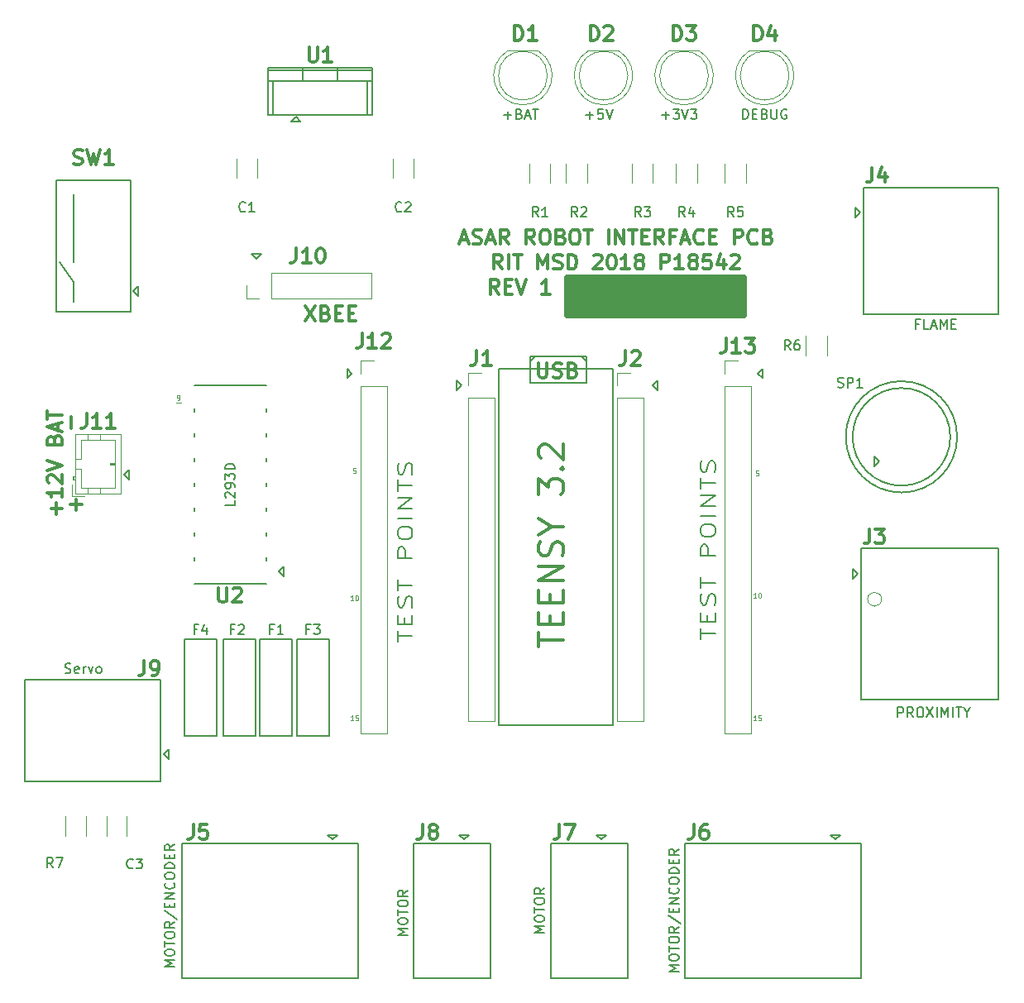
<source format=gto>
G04 #@! TF.FileFunction,Legend,Top*
%FSLAX46Y46*%
G04 Gerber Fmt 4.6, Leading zero omitted, Abs format (unit mm)*
G04 Created by KiCad (PCBNEW 4.0.7) date 02/07/18 15:21:04*
%MOMM*%
%LPD*%
G01*
G04 APERTURE LIST*
%ADD10C,0.100000*%
%ADD11C,0.500000*%
%ADD12C,0.200000*%
%ADD13C,0.400000*%
%ADD14C,1.000000*%
%ADD15C,0.125000*%
%ADD16C,0.300000*%
%ADD17C,0.152400*%
%ADD18C,0.150000*%
%ADD19C,0.120000*%
G04 APERTURE END LIST*
D10*
D11*
X162900000Y-63900000D02*
X162900000Y-63600000D01*
X144700000Y-63900000D02*
X162900000Y-63900000D01*
X144700000Y-59900000D02*
X144700000Y-63900000D01*
X162900000Y-59900000D02*
X144700000Y-59900000D01*
X162900000Y-59900000D02*
X162900000Y-63900000D01*
X162700000Y-60000000D02*
X162700000Y-63900000D01*
X145000000Y-60400000D02*
X145000000Y-60600000D01*
X162800000Y-60400000D02*
X145000000Y-60400000D01*
X144700000Y-60900000D02*
X144700000Y-63900000D01*
X144700000Y-60100000D02*
X144700000Y-60900000D01*
X162500000Y-60100000D02*
X144700000Y-60100000D01*
X162500000Y-60700000D02*
X162500000Y-60100000D01*
X144900000Y-60700000D02*
X162500000Y-60700000D01*
X162100000Y-63600000D02*
X162200000Y-63600000D01*
X162100000Y-63100000D02*
X162100000Y-63600000D01*
X144900000Y-63500000D02*
X161800000Y-63500000D01*
X144900000Y-60900000D02*
X144900000Y-63500000D01*
X162600000Y-60900000D02*
X144900000Y-60900000D01*
X162600000Y-63900000D02*
X162600000Y-60900000D01*
X144800000Y-63900000D02*
X162600000Y-63900000D01*
X144800000Y-60900000D02*
X144800000Y-63900000D01*
D12*
X161400000Y-62200000D02*
X145900000Y-62200000D01*
X161400000Y-62000000D02*
X161400000Y-62200000D01*
X145800000Y-62000000D02*
X161400000Y-62000000D01*
X145800000Y-62300000D02*
X145800000Y-62000000D01*
D13*
X161500000Y-62300000D02*
X145800000Y-62300000D01*
D12*
X161500000Y-61900000D02*
X161500000Y-62300000D01*
X145700000Y-61900000D02*
X161500000Y-61900000D01*
X145700000Y-62400000D02*
X145700000Y-61900000D01*
X161600000Y-62400000D02*
X145700000Y-62400000D01*
X161600000Y-61800000D02*
X161600000Y-62400000D01*
X145600000Y-61800000D02*
X161600000Y-61800000D01*
X145600000Y-62500000D02*
X145600000Y-61800000D01*
D14*
X161700000Y-62500000D02*
X145600000Y-62500000D01*
D12*
X161700000Y-61700000D02*
X161700000Y-62500000D01*
X145500000Y-61700000D02*
X161700000Y-61700000D01*
X145500000Y-62600000D02*
X145500000Y-61700000D01*
X161700000Y-62600000D02*
X145500000Y-62600000D01*
X161800000Y-62700000D02*
X161700000Y-62600000D01*
X161800000Y-62500000D02*
X161800000Y-62700000D01*
X161800000Y-61600000D02*
X161800000Y-62500000D01*
X145400000Y-61600000D02*
X161800000Y-61600000D01*
X145400000Y-62700000D02*
X145400000Y-61600000D01*
X161900000Y-62700000D02*
X145400000Y-62700000D01*
X161900000Y-61500000D02*
X161900000Y-62700000D01*
X145300000Y-61500000D02*
X161900000Y-61500000D01*
X145300000Y-62800000D02*
X145300000Y-61500000D01*
X162000000Y-62800000D02*
X145300000Y-62800000D01*
X162000000Y-61400000D02*
X162000000Y-62800000D01*
X145200000Y-61400000D02*
X162000000Y-61400000D01*
X145200000Y-62900000D02*
X145200000Y-61400000D01*
X162100000Y-62900000D02*
X145200000Y-62900000D01*
X162100000Y-61300000D02*
X162100000Y-62900000D01*
X145100000Y-61300000D02*
X162100000Y-61300000D01*
X145100000Y-63000000D02*
X145100000Y-61300000D01*
X162200000Y-63000000D02*
X145100000Y-63000000D01*
X162200000Y-61200000D02*
X162200000Y-63000000D01*
X145100000Y-61200000D02*
X162200000Y-61200000D01*
X144900000Y-63200000D02*
X144900000Y-62900000D01*
X144900000Y-61000000D02*
X144900000Y-63200000D01*
X145000000Y-63100000D02*
X145000000Y-61100000D01*
X162300000Y-63100000D02*
X145000000Y-63100000D01*
X162300000Y-61100000D02*
X162300000Y-63100000D01*
X145000000Y-61100000D02*
X162300000Y-61100000D01*
X144800000Y-60900000D02*
X145400000Y-60900000D01*
X144800000Y-63300000D02*
X144800000Y-60900000D01*
X162600000Y-63300000D02*
X144800000Y-63300000D01*
X162600000Y-60900000D02*
X162600000Y-63300000D01*
X145400000Y-60900000D02*
X162600000Y-60900000D01*
X158428571Y-96988096D02*
X158428571Y-95845239D01*
X159928571Y-96416667D02*
X158428571Y-96416667D01*
X159142857Y-95178572D02*
X159142857Y-94511905D01*
X159928571Y-94226191D02*
X159928571Y-95178572D01*
X158428571Y-95178572D01*
X158428571Y-94226191D01*
X159857143Y-93464286D02*
X159928571Y-93178571D01*
X159928571Y-92702381D01*
X159857143Y-92511905D01*
X159785714Y-92416667D01*
X159642857Y-92321428D01*
X159500000Y-92321428D01*
X159357143Y-92416667D01*
X159285714Y-92511905D01*
X159214286Y-92702381D01*
X159142857Y-93083333D01*
X159071429Y-93273809D01*
X159000000Y-93369048D01*
X158857143Y-93464286D01*
X158714286Y-93464286D01*
X158571429Y-93369048D01*
X158500000Y-93273809D01*
X158428571Y-93083333D01*
X158428571Y-92607143D01*
X158500000Y-92321428D01*
X158428571Y-91750000D02*
X158428571Y-90607143D01*
X159928571Y-91178571D02*
X158428571Y-91178571D01*
X159928571Y-88416666D02*
X158428571Y-88416666D01*
X158428571Y-87654761D01*
X158500000Y-87464285D01*
X158571429Y-87369046D01*
X158714286Y-87273808D01*
X158928571Y-87273808D01*
X159071429Y-87369046D01*
X159142857Y-87464285D01*
X159214286Y-87654761D01*
X159214286Y-88416666D01*
X158428571Y-86035713D02*
X158428571Y-85654761D01*
X158500000Y-85464285D01*
X158642857Y-85273808D01*
X158928571Y-85178570D01*
X159428571Y-85178570D01*
X159714286Y-85273808D01*
X159857143Y-85464285D01*
X159928571Y-85654761D01*
X159928571Y-86035713D01*
X159857143Y-86226189D01*
X159714286Y-86416666D01*
X159428571Y-86511904D01*
X158928571Y-86511904D01*
X158642857Y-86416666D01*
X158500000Y-86226189D01*
X158428571Y-86035713D01*
X159928571Y-84321428D02*
X158428571Y-84321428D01*
X159928571Y-83369047D02*
X158428571Y-83369047D01*
X159928571Y-82226189D01*
X158428571Y-82226189D01*
X158428571Y-81559523D02*
X158428571Y-80416666D01*
X159928571Y-80988094D02*
X158428571Y-80988094D01*
X159857143Y-79845237D02*
X159928571Y-79559522D01*
X159928571Y-79083332D01*
X159857143Y-78892856D01*
X159785714Y-78797618D01*
X159642857Y-78702379D01*
X159500000Y-78702379D01*
X159357143Y-78797618D01*
X159285714Y-78892856D01*
X159214286Y-79083332D01*
X159142857Y-79464284D01*
X159071429Y-79654760D01*
X159000000Y-79749999D01*
X158857143Y-79845237D01*
X158714286Y-79845237D01*
X158571429Y-79749999D01*
X158500000Y-79654760D01*
X158428571Y-79464284D01*
X158428571Y-78988094D01*
X158500000Y-78702379D01*
X127428571Y-97238096D02*
X127428571Y-96095239D01*
X128928571Y-96666667D02*
X127428571Y-96666667D01*
X128142857Y-95428572D02*
X128142857Y-94761905D01*
X128928571Y-94476191D02*
X128928571Y-95428572D01*
X127428571Y-95428572D01*
X127428571Y-94476191D01*
X128857143Y-93714286D02*
X128928571Y-93428571D01*
X128928571Y-92952381D01*
X128857143Y-92761905D01*
X128785714Y-92666667D01*
X128642857Y-92571428D01*
X128500000Y-92571428D01*
X128357143Y-92666667D01*
X128285714Y-92761905D01*
X128214286Y-92952381D01*
X128142857Y-93333333D01*
X128071429Y-93523809D01*
X128000000Y-93619048D01*
X127857143Y-93714286D01*
X127714286Y-93714286D01*
X127571429Y-93619048D01*
X127500000Y-93523809D01*
X127428571Y-93333333D01*
X127428571Y-92857143D01*
X127500000Y-92571428D01*
X127428571Y-92000000D02*
X127428571Y-90857143D01*
X128928571Y-91428571D02*
X127428571Y-91428571D01*
X128928571Y-88666666D02*
X127428571Y-88666666D01*
X127428571Y-87904761D01*
X127500000Y-87714285D01*
X127571429Y-87619046D01*
X127714286Y-87523808D01*
X127928571Y-87523808D01*
X128071429Y-87619046D01*
X128142857Y-87714285D01*
X128214286Y-87904761D01*
X128214286Y-88666666D01*
X127428571Y-86285713D02*
X127428571Y-85904761D01*
X127500000Y-85714285D01*
X127642857Y-85523808D01*
X127928571Y-85428570D01*
X128428571Y-85428570D01*
X128714286Y-85523808D01*
X128857143Y-85714285D01*
X128928571Y-85904761D01*
X128928571Y-86285713D01*
X128857143Y-86476189D01*
X128714286Y-86666666D01*
X128428571Y-86761904D01*
X127928571Y-86761904D01*
X127642857Y-86666666D01*
X127500000Y-86476189D01*
X127428571Y-86285713D01*
X128928571Y-84571428D02*
X127428571Y-84571428D01*
X128928571Y-83619047D02*
X127428571Y-83619047D01*
X128928571Y-82476189D01*
X127428571Y-82476189D01*
X127428571Y-81809523D02*
X127428571Y-80666666D01*
X128928571Y-81238094D02*
X127428571Y-81238094D01*
X128857143Y-80095237D02*
X128928571Y-79809522D01*
X128928571Y-79333332D01*
X128857143Y-79142856D01*
X128785714Y-79047618D01*
X128642857Y-78952379D01*
X128500000Y-78952379D01*
X128357143Y-79047618D01*
X128285714Y-79142856D01*
X128214286Y-79333332D01*
X128142857Y-79714284D01*
X128071429Y-79904760D01*
X128000000Y-79999999D01*
X127857143Y-80095237D01*
X127714286Y-80095237D01*
X127571429Y-79999999D01*
X127500000Y-79904760D01*
X127428571Y-79714284D01*
X127428571Y-79238094D01*
X127500000Y-78952379D01*
D15*
X164154762Y-105288690D02*
X163869048Y-105288690D01*
X164011905Y-105288690D02*
X164011905Y-104788690D01*
X163964286Y-104860119D01*
X163916667Y-104907738D01*
X163869048Y-104931548D01*
X164607143Y-104788690D02*
X164369048Y-104788690D01*
X164345238Y-105026786D01*
X164369048Y-105002976D01*
X164416667Y-104979167D01*
X164535714Y-104979167D01*
X164583333Y-105002976D01*
X164607143Y-105026786D01*
X164630952Y-105074405D01*
X164630952Y-105193452D01*
X164607143Y-105241071D01*
X164583333Y-105264881D01*
X164535714Y-105288690D01*
X164416667Y-105288690D01*
X164369048Y-105264881D01*
X164345238Y-105241071D01*
X164154762Y-92726190D02*
X163869048Y-92726190D01*
X164011905Y-92726190D02*
X164011905Y-92226190D01*
X163964286Y-92297619D01*
X163916667Y-92345238D01*
X163869048Y-92369048D01*
X164464286Y-92226190D02*
X164511905Y-92226190D01*
X164559524Y-92250000D01*
X164583333Y-92273810D01*
X164607143Y-92321429D01*
X164630952Y-92416667D01*
X164630952Y-92535714D01*
X164607143Y-92630952D01*
X164583333Y-92678571D01*
X164559524Y-92702381D01*
X164511905Y-92726190D01*
X164464286Y-92726190D01*
X164416667Y-92702381D01*
X164392857Y-92678571D01*
X164369048Y-92630952D01*
X164345238Y-92535714D01*
X164345238Y-92416667D01*
X164369048Y-92321429D01*
X164392857Y-92273810D01*
X164416667Y-92250000D01*
X164464286Y-92226190D01*
X164369048Y-79726190D02*
X164130953Y-79726190D01*
X164107143Y-79964286D01*
X164130953Y-79940476D01*
X164178572Y-79916667D01*
X164297619Y-79916667D01*
X164345238Y-79940476D01*
X164369048Y-79964286D01*
X164392857Y-80011905D01*
X164392857Y-80130952D01*
X164369048Y-80178571D01*
X164345238Y-80202381D01*
X164297619Y-80226190D01*
X164178572Y-80226190D01*
X164130953Y-80202381D01*
X164107143Y-80178571D01*
X122904762Y-105288690D02*
X122619048Y-105288690D01*
X122761905Y-105288690D02*
X122761905Y-104788690D01*
X122714286Y-104860119D01*
X122666667Y-104907738D01*
X122619048Y-104931548D01*
X123357143Y-104788690D02*
X123119048Y-104788690D01*
X123095238Y-105026786D01*
X123119048Y-105002976D01*
X123166667Y-104979167D01*
X123285714Y-104979167D01*
X123333333Y-105002976D01*
X123357143Y-105026786D01*
X123380952Y-105074405D01*
X123380952Y-105193452D01*
X123357143Y-105241071D01*
X123333333Y-105264881D01*
X123285714Y-105288690D01*
X123166667Y-105288690D01*
X123119048Y-105264881D01*
X123095238Y-105241071D01*
X122904762Y-92976190D02*
X122619048Y-92976190D01*
X122761905Y-92976190D02*
X122761905Y-92476190D01*
X122714286Y-92547619D01*
X122666667Y-92595238D01*
X122619048Y-92619048D01*
X123214286Y-92476190D02*
X123261905Y-92476190D01*
X123309524Y-92500000D01*
X123333333Y-92523810D01*
X123357143Y-92571429D01*
X123380952Y-92666667D01*
X123380952Y-92785714D01*
X123357143Y-92880952D01*
X123333333Y-92928571D01*
X123309524Y-92952381D01*
X123261905Y-92976190D01*
X123214286Y-92976190D01*
X123166667Y-92952381D01*
X123142857Y-92928571D01*
X123119048Y-92880952D01*
X123095238Y-92785714D01*
X123095238Y-92666667D01*
X123119048Y-92571429D01*
X123142857Y-92523810D01*
X123166667Y-92500000D01*
X123214286Y-92476190D01*
X123119048Y-79476190D02*
X122880953Y-79476190D01*
X122857143Y-79714286D01*
X122880953Y-79690476D01*
X122928572Y-79666667D01*
X123047619Y-79666667D01*
X123095238Y-79690476D01*
X123119048Y-79714286D01*
X123142857Y-79761905D01*
X123142857Y-79880952D01*
X123119048Y-79928571D01*
X123095238Y-79952381D01*
X123047619Y-79976190D01*
X122928572Y-79976190D01*
X122880953Y-79952381D01*
X122857143Y-79928571D01*
D10*
X104750000Y-72750000D02*
X105250000Y-72750000D01*
D15*
X104904762Y-72476190D02*
X105000000Y-72476190D01*
X105047619Y-72452381D01*
X105071429Y-72428571D01*
X105119048Y-72357143D01*
X105142857Y-72261905D01*
X105142857Y-72071429D01*
X105119048Y-72023810D01*
X105095238Y-72000000D01*
X105047619Y-71976190D01*
X104952381Y-71976190D01*
X104904762Y-72000000D01*
X104880953Y-72023810D01*
X104857143Y-72071429D01*
X104857143Y-72190476D01*
X104880953Y-72238095D01*
X104904762Y-72261905D01*
X104952381Y-72285714D01*
X105047619Y-72285714D01*
X105095238Y-72261905D01*
X105119048Y-72238095D01*
X105142857Y-72190476D01*
D16*
X94007143Y-75371428D02*
X94007143Y-74228571D01*
X93928572Y-83207143D02*
X95071429Y-83207143D01*
X94500000Y-83778571D02*
X94500000Y-82635714D01*
X133871429Y-56100000D02*
X134585715Y-56100000D01*
X133728572Y-56528571D02*
X134228572Y-55028571D01*
X134728572Y-56528571D01*
X135157143Y-56457143D02*
X135371429Y-56528571D01*
X135728572Y-56528571D01*
X135871429Y-56457143D01*
X135942858Y-56385714D01*
X136014286Y-56242857D01*
X136014286Y-56100000D01*
X135942858Y-55957143D01*
X135871429Y-55885714D01*
X135728572Y-55814286D01*
X135442858Y-55742857D01*
X135300000Y-55671429D01*
X135228572Y-55600000D01*
X135157143Y-55457143D01*
X135157143Y-55314286D01*
X135228572Y-55171429D01*
X135300000Y-55100000D01*
X135442858Y-55028571D01*
X135800000Y-55028571D01*
X136014286Y-55100000D01*
X136585714Y-56100000D02*
X137300000Y-56100000D01*
X136442857Y-56528571D02*
X136942857Y-55028571D01*
X137442857Y-56528571D01*
X138800000Y-56528571D02*
X138300000Y-55814286D01*
X137942857Y-56528571D02*
X137942857Y-55028571D01*
X138514285Y-55028571D01*
X138657143Y-55100000D01*
X138728571Y-55171429D01*
X138800000Y-55314286D01*
X138800000Y-55528571D01*
X138728571Y-55671429D01*
X138657143Y-55742857D01*
X138514285Y-55814286D01*
X137942857Y-55814286D01*
X141442857Y-56528571D02*
X140942857Y-55814286D01*
X140585714Y-56528571D02*
X140585714Y-55028571D01*
X141157142Y-55028571D01*
X141300000Y-55100000D01*
X141371428Y-55171429D01*
X141442857Y-55314286D01*
X141442857Y-55528571D01*
X141371428Y-55671429D01*
X141300000Y-55742857D01*
X141157142Y-55814286D01*
X140585714Y-55814286D01*
X142371428Y-55028571D02*
X142657142Y-55028571D01*
X142800000Y-55100000D01*
X142942857Y-55242857D01*
X143014285Y-55528571D01*
X143014285Y-56028571D01*
X142942857Y-56314286D01*
X142800000Y-56457143D01*
X142657142Y-56528571D01*
X142371428Y-56528571D01*
X142228571Y-56457143D01*
X142085714Y-56314286D01*
X142014285Y-56028571D01*
X142014285Y-55528571D01*
X142085714Y-55242857D01*
X142228571Y-55100000D01*
X142371428Y-55028571D01*
X144157143Y-55742857D02*
X144371429Y-55814286D01*
X144442857Y-55885714D01*
X144514286Y-56028571D01*
X144514286Y-56242857D01*
X144442857Y-56385714D01*
X144371429Y-56457143D01*
X144228571Y-56528571D01*
X143657143Y-56528571D01*
X143657143Y-55028571D01*
X144157143Y-55028571D01*
X144300000Y-55100000D01*
X144371429Y-55171429D01*
X144442857Y-55314286D01*
X144442857Y-55457143D01*
X144371429Y-55600000D01*
X144300000Y-55671429D01*
X144157143Y-55742857D01*
X143657143Y-55742857D01*
X145442857Y-55028571D02*
X145728571Y-55028571D01*
X145871429Y-55100000D01*
X146014286Y-55242857D01*
X146085714Y-55528571D01*
X146085714Y-56028571D01*
X146014286Y-56314286D01*
X145871429Y-56457143D01*
X145728571Y-56528571D01*
X145442857Y-56528571D01*
X145300000Y-56457143D01*
X145157143Y-56314286D01*
X145085714Y-56028571D01*
X145085714Y-55528571D01*
X145157143Y-55242857D01*
X145300000Y-55100000D01*
X145442857Y-55028571D01*
X146514286Y-55028571D02*
X147371429Y-55028571D01*
X146942858Y-56528571D02*
X146942858Y-55028571D01*
X149014286Y-56528571D02*
X149014286Y-55028571D01*
X149728572Y-56528571D02*
X149728572Y-55028571D01*
X150585715Y-56528571D01*
X150585715Y-55028571D01*
X151085715Y-55028571D02*
X151942858Y-55028571D01*
X151514287Y-56528571D02*
X151514287Y-55028571D01*
X152442858Y-55742857D02*
X152942858Y-55742857D01*
X153157144Y-56528571D02*
X152442858Y-56528571D01*
X152442858Y-55028571D01*
X153157144Y-55028571D01*
X154657144Y-56528571D02*
X154157144Y-55814286D01*
X153800001Y-56528571D02*
X153800001Y-55028571D01*
X154371429Y-55028571D01*
X154514287Y-55100000D01*
X154585715Y-55171429D01*
X154657144Y-55314286D01*
X154657144Y-55528571D01*
X154585715Y-55671429D01*
X154514287Y-55742857D01*
X154371429Y-55814286D01*
X153800001Y-55814286D01*
X155800001Y-55742857D02*
X155300001Y-55742857D01*
X155300001Y-56528571D02*
X155300001Y-55028571D01*
X156014287Y-55028571D01*
X156514286Y-56100000D02*
X157228572Y-56100000D01*
X156371429Y-56528571D02*
X156871429Y-55028571D01*
X157371429Y-56528571D01*
X158728572Y-56385714D02*
X158657143Y-56457143D01*
X158442857Y-56528571D01*
X158300000Y-56528571D01*
X158085715Y-56457143D01*
X157942857Y-56314286D01*
X157871429Y-56171429D01*
X157800000Y-55885714D01*
X157800000Y-55671429D01*
X157871429Y-55385714D01*
X157942857Y-55242857D01*
X158085715Y-55100000D01*
X158300000Y-55028571D01*
X158442857Y-55028571D01*
X158657143Y-55100000D01*
X158728572Y-55171429D01*
X159371429Y-55742857D02*
X159871429Y-55742857D01*
X160085715Y-56528571D02*
X159371429Y-56528571D01*
X159371429Y-55028571D01*
X160085715Y-55028571D01*
X161871429Y-56528571D02*
X161871429Y-55028571D01*
X162442857Y-55028571D01*
X162585715Y-55100000D01*
X162657143Y-55171429D01*
X162728572Y-55314286D01*
X162728572Y-55528571D01*
X162657143Y-55671429D01*
X162585715Y-55742857D01*
X162442857Y-55814286D01*
X161871429Y-55814286D01*
X164228572Y-56385714D02*
X164157143Y-56457143D01*
X163942857Y-56528571D01*
X163800000Y-56528571D01*
X163585715Y-56457143D01*
X163442857Y-56314286D01*
X163371429Y-56171429D01*
X163300000Y-55885714D01*
X163300000Y-55671429D01*
X163371429Y-55385714D01*
X163442857Y-55242857D01*
X163585715Y-55100000D01*
X163800000Y-55028571D01*
X163942857Y-55028571D01*
X164157143Y-55100000D01*
X164228572Y-55171429D01*
X165371429Y-55742857D02*
X165585715Y-55814286D01*
X165657143Y-55885714D01*
X165728572Y-56028571D01*
X165728572Y-56242857D01*
X165657143Y-56385714D01*
X165585715Y-56457143D01*
X165442857Y-56528571D01*
X164871429Y-56528571D01*
X164871429Y-55028571D01*
X165371429Y-55028571D01*
X165514286Y-55100000D01*
X165585715Y-55171429D01*
X165657143Y-55314286D01*
X165657143Y-55457143D01*
X165585715Y-55600000D01*
X165514286Y-55671429D01*
X165371429Y-55742857D01*
X164871429Y-55742857D01*
X138121431Y-59078571D02*
X137621431Y-58364286D01*
X137264288Y-59078571D02*
X137264288Y-57578571D01*
X137835716Y-57578571D01*
X137978574Y-57650000D01*
X138050002Y-57721429D01*
X138121431Y-57864286D01*
X138121431Y-58078571D01*
X138050002Y-58221429D01*
X137978574Y-58292857D01*
X137835716Y-58364286D01*
X137264288Y-58364286D01*
X138764288Y-59078571D02*
X138764288Y-57578571D01*
X139264288Y-57578571D02*
X140121431Y-57578571D01*
X139692860Y-59078571D02*
X139692860Y-57578571D01*
X141764288Y-59078571D02*
X141764288Y-57578571D01*
X142264288Y-58650000D01*
X142764288Y-57578571D01*
X142764288Y-59078571D01*
X143407145Y-59007143D02*
X143621431Y-59078571D01*
X143978574Y-59078571D01*
X144121431Y-59007143D01*
X144192860Y-58935714D01*
X144264288Y-58792857D01*
X144264288Y-58650000D01*
X144192860Y-58507143D01*
X144121431Y-58435714D01*
X143978574Y-58364286D01*
X143692860Y-58292857D01*
X143550002Y-58221429D01*
X143478574Y-58150000D01*
X143407145Y-58007143D01*
X143407145Y-57864286D01*
X143478574Y-57721429D01*
X143550002Y-57650000D01*
X143692860Y-57578571D01*
X144050002Y-57578571D01*
X144264288Y-57650000D01*
X144907145Y-59078571D02*
X144907145Y-57578571D01*
X145264288Y-57578571D01*
X145478573Y-57650000D01*
X145621431Y-57792857D01*
X145692859Y-57935714D01*
X145764288Y-58221429D01*
X145764288Y-58435714D01*
X145692859Y-58721429D01*
X145621431Y-58864286D01*
X145478573Y-59007143D01*
X145264288Y-59078571D01*
X144907145Y-59078571D01*
X147478573Y-57721429D02*
X147550002Y-57650000D01*
X147692859Y-57578571D01*
X148050002Y-57578571D01*
X148192859Y-57650000D01*
X148264288Y-57721429D01*
X148335716Y-57864286D01*
X148335716Y-58007143D01*
X148264288Y-58221429D01*
X147407145Y-59078571D01*
X148335716Y-59078571D01*
X149264287Y-57578571D02*
X149407144Y-57578571D01*
X149550001Y-57650000D01*
X149621430Y-57721429D01*
X149692859Y-57864286D01*
X149764287Y-58150000D01*
X149764287Y-58507143D01*
X149692859Y-58792857D01*
X149621430Y-58935714D01*
X149550001Y-59007143D01*
X149407144Y-59078571D01*
X149264287Y-59078571D01*
X149121430Y-59007143D01*
X149050001Y-58935714D01*
X148978573Y-58792857D01*
X148907144Y-58507143D01*
X148907144Y-58150000D01*
X148978573Y-57864286D01*
X149050001Y-57721429D01*
X149121430Y-57650000D01*
X149264287Y-57578571D01*
X151192858Y-59078571D02*
X150335715Y-59078571D01*
X150764287Y-59078571D02*
X150764287Y-57578571D01*
X150621430Y-57792857D01*
X150478572Y-57935714D01*
X150335715Y-58007143D01*
X152050001Y-58221429D02*
X151907143Y-58150000D01*
X151835715Y-58078571D01*
X151764286Y-57935714D01*
X151764286Y-57864286D01*
X151835715Y-57721429D01*
X151907143Y-57650000D01*
X152050001Y-57578571D01*
X152335715Y-57578571D01*
X152478572Y-57650000D01*
X152550001Y-57721429D01*
X152621429Y-57864286D01*
X152621429Y-57935714D01*
X152550001Y-58078571D01*
X152478572Y-58150000D01*
X152335715Y-58221429D01*
X152050001Y-58221429D01*
X151907143Y-58292857D01*
X151835715Y-58364286D01*
X151764286Y-58507143D01*
X151764286Y-58792857D01*
X151835715Y-58935714D01*
X151907143Y-59007143D01*
X152050001Y-59078571D01*
X152335715Y-59078571D01*
X152478572Y-59007143D01*
X152550001Y-58935714D01*
X152621429Y-58792857D01*
X152621429Y-58507143D01*
X152550001Y-58364286D01*
X152478572Y-58292857D01*
X152335715Y-58221429D01*
X154407143Y-59078571D02*
X154407143Y-57578571D01*
X154978571Y-57578571D01*
X155121429Y-57650000D01*
X155192857Y-57721429D01*
X155264286Y-57864286D01*
X155264286Y-58078571D01*
X155192857Y-58221429D01*
X155121429Y-58292857D01*
X154978571Y-58364286D01*
X154407143Y-58364286D01*
X156692857Y-59078571D02*
X155835714Y-59078571D01*
X156264286Y-59078571D02*
X156264286Y-57578571D01*
X156121429Y-57792857D01*
X155978571Y-57935714D01*
X155835714Y-58007143D01*
X157550000Y-58221429D02*
X157407142Y-58150000D01*
X157335714Y-58078571D01*
X157264285Y-57935714D01*
X157264285Y-57864286D01*
X157335714Y-57721429D01*
X157407142Y-57650000D01*
X157550000Y-57578571D01*
X157835714Y-57578571D01*
X157978571Y-57650000D01*
X158050000Y-57721429D01*
X158121428Y-57864286D01*
X158121428Y-57935714D01*
X158050000Y-58078571D01*
X157978571Y-58150000D01*
X157835714Y-58221429D01*
X157550000Y-58221429D01*
X157407142Y-58292857D01*
X157335714Y-58364286D01*
X157264285Y-58507143D01*
X157264285Y-58792857D01*
X157335714Y-58935714D01*
X157407142Y-59007143D01*
X157550000Y-59078571D01*
X157835714Y-59078571D01*
X157978571Y-59007143D01*
X158050000Y-58935714D01*
X158121428Y-58792857D01*
X158121428Y-58507143D01*
X158050000Y-58364286D01*
X157978571Y-58292857D01*
X157835714Y-58221429D01*
X159478571Y-57578571D02*
X158764285Y-57578571D01*
X158692856Y-58292857D01*
X158764285Y-58221429D01*
X158907142Y-58150000D01*
X159264285Y-58150000D01*
X159407142Y-58221429D01*
X159478571Y-58292857D01*
X159549999Y-58435714D01*
X159549999Y-58792857D01*
X159478571Y-58935714D01*
X159407142Y-59007143D01*
X159264285Y-59078571D01*
X158907142Y-59078571D01*
X158764285Y-59007143D01*
X158692856Y-58935714D01*
X160835713Y-58078571D02*
X160835713Y-59078571D01*
X160478570Y-57507143D02*
X160121427Y-58578571D01*
X161049999Y-58578571D01*
X161549998Y-57721429D02*
X161621427Y-57650000D01*
X161764284Y-57578571D01*
X162121427Y-57578571D01*
X162264284Y-57650000D01*
X162335713Y-57721429D01*
X162407141Y-57864286D01*
X162407141Y-58007143D01*
X162335713Y-58221429D01*
X161478570Y-59078571D01*
X162407141Y-59078571D01*
X137800002Y-61628571D02*
X137300002Y-60914286D01*
X136942859Y-61628571D02*
X136942859Y-60128571D01*
X137514287Y-60128571D01*
X137657145Y-60200000D01*
X137728573Y-60271429D01*
X137800002Y-60414286D01*
X137800002Y-60628571D01*
X137728573Y-60771429D01*
X137657145Y-60842857D01*
X137514287Y-60914286D01*
X136942859Y-60914286D01*
X138442859Y-60842857D02*
X138942859Y-60842857D01*
X139157145Y-61628571D02*
X138442859Y-61628571D01*
X138442859Y-60128571D01*
X139157145Y-60128571D01*
X139585716Y-60128571D02*
X140085716Y-61628571D01*
X140585716Y-60128571D01*
X143014287Y-61628571D02*
X142157144Y-61628571D01*
X142585716Y-61628571D02*
X142585716Y-60128571D01*
X142442859Y-60342857D01*
X142300001Y-60485714D01*
X142157144Y-60557143D01*
X162299999Y-62128571D02*
X162299999Y-59985714D01*
D12*
X146750000Y-68000000D02*
X146750000Y-70750000D01*
X141000000Y-68000000D02*
X141000000Y-70750000D01*
X141000000Y-70750000D02*
X146750000Y-70750000D01*
X141500000Y-68000000D02*
X141000000Y-68500000D01*
X146250000Y-68000000D02*
X141500000Y-68000000D01*
X146750000Y-68500000D02*
X146250000Y-68000000D01*
D16*
X141857143Y-68678571D02*
X141857143Y-69892857D01*
X141928571Y-70035714D01*
X142000000Y-70107143D01*
X142142857Y-70178571D01*
X142428571Y-70178571D01*
X142571429Y-70107143D01*
X142642857Y-70035714D01*
X142714286Y-69892857D01*
X142714286Y-68678571D01*
X143357143Y-70107143D02*
X143571429Y-70178571D01*
X143928572Y-70178571D01*
X144071429Y-70107143D01*
X144142858Y-70035714D01*
X144214286Y-69892857D01*
X144214286Y-69750000D01*
X144142858Y-69607143D01*
X144071429Y-69535714D01*
X143928572Y-69464286D01*
X143642858Y-69392857D01*
X143500000Y-69321429D01*
X143428572Y-69250000D01*
X143357143Y-69107143D01*
X143357143Y-68964286D01*
X143428572Y-68821429D01*
X143500000Y-68750000D01*
X143642858Y-68678571D01*
X144000000Y-68678571D01*
X144214286Y-68750000D01*
X145357143Y-69392857D02*
X145571429Y-69464286D01*
X145642857Y-69535714D01*
X145714286Y-69678571D01*
X145714286Y-69892857D01*
X145642857Y-70035714D01*
X145571429Y-70107143D01*
X145428571Y-70178571D01*
X144857143Y-70178571D01*
X144857143Y-68678571D01*
X145357143Y-68678571D01*
X145500000Y-68750000D01*
X145571429Y-68821429D01*
X145642857Y-68964286D01*
X145642857Y-69107143D01*
X145571429Y-69250000D01*
X145500000Y-69321429D01*
X145357143Y-69392857D01*
X144857143Y-69392857D01*
D12*
X146750000Y-68000000D02*
X141000000Y-68000000D01*
X137750000Y-105750000D02*
X137750000Y-69250000D01*
X149500000Y-105750000D02*
X137750000Y-105750000D01*
X149500000Y-69250000D02*
X149500000Y-105750000D01*
X137750000Y-69250000D02*
X149500000Y-69250000D01*
D16*
X117992858Y-62878571D02*
X118992858Y-64378571D01*
X118992858Y-62878571D02*
X117992858Y-64378571D01*
X120064286Y-63592857D02*
X120278572Y-63664286D01*
X120350000Y-63735714D01*
X120421429Y-63878571D01*
X120421429Y-64092857D01*
X120350000Y-64235714D01*
X120278572Y-64307143D01*
X120135714Y-64378571D01*
X119564286Y-64378571D01*
X119564286Y-62878571D01*
X120064286Y-62878571D01*
X120207143Y-62950000D01*
X120278572Y-63021429D01*
X120350000Y-63164286D01*
X120350000Y-63307143D01*
X120278572Y-63450000D01*
X120207143Y-63521429D01*
X120064286Y-63592857D01*
X119564286Y-63592857D01*
X121064286Y-63592857D02*
X121564286Y-63592857D01*
X121778572Y-64378571D02*
X121064286Y-64378571D01*
X121064286Y-62878571D01*
X121778572Y-62878571D01*
X122421429Y-63592857D02*
X122921429Y-63592857D01*
X123135715Y-64378571D02*
X122421429Y-64378571D01*
X122421429Y-62878571D01*
X123135715Y-62878571D01*
D12*
X162761905Y-43702381D02*
X162761905Y-42702381D01*
X163000000Y-42702381D01*
X163142858Y-42750000D01*
X163238096Y-42845238D01*
X163285715Y-42940476D01*
X163333334Y-43130952D01*
X163333334Y-43273810D01*
X163285715Y-43464286D01*
X163238096Y-43559524D01*
X163142858Y-43654762D01*
X163000000Y-43702381D01*
X162761905Y-43702381D01*
X163761905Y-43178571D02*
X164095239Y-43178571D01*
X164238096Y-43702381D02*
X163761905Y-43702381D01*
X163761905Y-42702381D01*
X164238096Y-42702381D01*
X165000001Y-43178571D02*
X165142858Y-43226190D01*
X165190477Y-43273810D01*
X165238096Y-43369048D01*
X165238096Y-43511905D01*
X165190477Y-43607143D01*
X165142858Y-43654762D01*
X165047620Y-43702381D01*
X164666667Y-43702381D01*
X164666667Y-42702381D01*
X165000001Y-42702381D01*
X165095239Y-42750000D01*
X165142858Y-42797619D01*
X165190477Y-42892857D01*
X165190477Y-42988095D01*
X165142858Y-43083333D01*
X165095239Y-43130952D01*
X165000001Y-43178571D01*
X164666667Y-43178571D01*
X165666667Y-42702381D02*
X165666667Y-43511905D01*
X165714286Y-43607143D01*
X165761905Y-43654762D01*
X165857143Y-43702381D01*
X166047620Y-43702381D01*
X166142858Y-43654762D01*
X166190477Y-43607143D01*
X166238096Y-43511905D01*
X166238096Y-42702381D01*
X167238096Y-42750000D02*
X167142858Y-42702381D01*
X167000001Y-42702381D01*
X166857143Y-42750000D01*
X166761905Y-42845238D01*
X166714286Y-42940476D01*
X166666667Y-43130952D01*
X166666667Y-43273810D01*
X166714286Y-43464286D01*
X166761905Y-43559524D01*
X166857143Y-43654762D01*
X167000001Y-43702381D01*
X167095239Y-43702381D01*
X167238096Y-43654762D01*
X167285715Y-43607143D01*
X167285715Y-43273810D01*
X167095239Y-43273810D01*
X154488095Y-43321429D02*
X155250000Y-43321429D01*
X154869048Y-43702381D02*
X154869048Y-42940476D01*
X155630952Y-42702381D02*
X156250000Y-42702381D01*
X155916666Y-43083333D01*
X156059524Y-43083333D01*
X156154762Y-43130952D01*
X156202381Y-43178571D01*
X156250000Y-43273810D01*
X156250000Y-43511905D01*
X156202381Y-43607143D01*
X156154762Y-43654762D01*
X156059524Y-43702381D01*
X155773809Y-43702381D01*
X155678571Y-43654762D01*
X155630952Y-43607143D01*
X156535714Y-42702381D02*
X156869047Y-43702381D01*
X157202381Y-42702381D01*
X157440476Y-42702381D02*
X158059524Y-42702381D01*
X157726190Y-43083333D01*
X157869048Y-43083333D01*
X157964286Y-43130952D01*
X158011905Y-43178571D01*
X158059524Y-43273810D01*
X158059524Y-43511905D01*
X158011905Y-43607143D01*
X157964286Y-43654762D01*
X157869048Y-43702381D01*
X157583333Y-43702381D01*
X157488095Y-43654762D01*
X157440476Y-43607143D01*
X146714286Y-43321429D02*
X147476191Y-43321429D01*
X147095239Y-43702381D02*
X147095239Y-42940476D01*
X148428572Y-42702381D02*
X147952381Y-42702381D01*
X147904762Y-43178571D01*
X147952381Y-43130952D01*
X148047619Y-43083333D01*
X148285715Y-43083333D01*
X148380953Y-43130952D01*
X148428572Y-43178571D01*
X148476191Y-43273810D01*
X148476191Y-43511905D01*
X148428572Y-43607143D01*
X148380953Y-43654762D01*
X148285715Y-43702381D01*
X148047619Y-43702381D01*
X147952381Y-43654762D01*
X147904762Y-43607143D01*
X148761905Y-42702381D02*
X149095238Y-43702381D01*
X149428572Y-42702381D01*
X138309524Y-43321429D02*
X139071429Y-43321429D01*
X138690477Y-43702381D02*
X138690477Y-42940476D01*
X139880953Y-43178571D02*
X140023810Y-43226190D01*
X140071429Y-43273810D01*
X140119048Y-43369048D01*
X140119048Y-43511905D01*
X140071429Y-43607143D01*
X140023810Y-43654762D01*
X139928572Y-43702381D01*
X139547619Y-43702381D01*
X139547619Y-42702381D01*
X139880953Y-42702381D01*
X139976191Y-42750000D01*
X140023810Y-42797619D01*
X140071429Y-42892857D01*
X140071429Y-42988095D01*
X140023810Y-43083333D01*
X139976191Y-43130952D01*
X139880953Y-43178571D01*
X139547619Y-43178571D01*
X140500000Y-43416667D02*
X140976191Y-43416667D01*
X140404762Y-43702381D02*
X140738095Y-42702381D01*
X141071429Y-43702381D01*
X141261905Y-42702381D02*
X141833334Y-42702381D01*
X141547619Y-43702381D02*
X141547619Y-42702381D01*
D16*
X141880952Y-97726190D02*
X141880952Y-96297618D01*
X144380952Y-97011904D02*
X141880952Y-97011904D01*
X143071429Y-95464285D02*
X143071429Y-94630952D01*
X144380952Y-94273809D02*
X144380952Y-95464285D01*
X141880952Y-95464285D01*
X141880952Y-94273809D01*
X143071429Y-93202380D02*
X143071429Y-92369047D01*
X144380952Y-92011904D02*
X144380952Y-93202380D01*
X141880952Y-93202380D01*
X141880952Y-92011904D01*
X144380952Y-90940475D02*
X141880952Y-90940475D01*
X144380952Y-89511903D01*
X141880952Y-89511903D01*
X144261905Y-88440475D02*
X144380952Y-88083332D01*
X144380952Y-87488094D01*
X144261905Y-87249998D01*
X144142857Y-87130951D01*
X143904762Y-87011903D01*
X143666667Y-87011903D01*
X143428571Y-87130951D01*
X143309524Y-87249998D01*
X143190476Y-87488094D01*
X143071429Y-87964284D01*
X142952381Y-88202379D01*
X142833333Y-88321427D01*
X142595238Y-88440475D01*
X142357143Y-88440475D01*
X142119048Y-88321427D01*
X142000000Y-88202379D01*
X141880952Y-87964284D01*
X141880952Y-87369046D01*
X142000000Y-87011903D01*
X143190476Y-85464284D02*
X144380952Y-85464284D01*
X141880952Y-86297618D02*
X143190476Y-85464284D01*
X141880952Y-84630951D01*
X141880952Y-82130951D02*
X141880952Y-80583332D01*
X142833333Y-81416665D01*
X142833333Y-81059523D01*
X142952381Y-80821427D01*
X143071429Y-80702380D01*
X143309524Y-80583332D01*
X143904762Y-80583332D01*
X144142857Y-80702380D01*
X144261905Y-80821427D01*
X144380952Y-81059523D01*
X144380952Y-81773808D01*
X144261905Y-82011904D01*
X144142857Y-82130951D01*
X144142857Y-79511904D02*
X144261905Y-79392856D01*
X144380952Y-79511904D01*
X144261905Y-79630952D01*
X144142857Y-79511904D01*
X144380952Y-79511904D01*
X142119048Y-78440476D02*
X142000000Y-78321428D01*
X141880952Y-78083333D01*
X141880952Y-77488095D01*
X142000000Y-77249999D01*
X142119048Y-77130952D01*
X142357143Y-77011904D01*
X142595238Y-77011904D01*
X142952381Y-77130952D01*
X144380952Y-78559523D01*
X144380952Y-77011904D01*
D12*
X178630953Y-104952381D02*
X178630953Y-103952381D01*
X179011906Y-103952381D01*
X179107144Y-104000000D01*
X179154763Y-104047619D01*
X179202382Y-104142857D01*
X179202382Y-104285714D01*
X179154763Y-104380952D01*
X179107144Y-104428571D01*
X179011906Y-104476190D01*
X178630953Y-104476190D01*
X180202382Y-104952381D02*
X179869048Y-104476190D01*
X179630953Y-104952381D02*
X179630953Y-103952381D01*
X180011906Y-103952381D01*
X180107144Y-104000000D01*
X180154763Y-104047619D01*
X180202382Y-104142857D01*
X180202382Y-104285714D01*
X180154763Y-104380952D01*
X180107144Y-104428571D01*
X180011906Y-104476190D01*
X179630953Y-104476190D01*
X180821429Y-103952381D02*
X181011906Y-103952381D01*
X181107144Y-104000000D01*
X181202382Y-104095238D01*
X181250001Y-104285714D01*
X181250001Y-104619048D01*
X181202382Y-104809524D01*
X181107144Y-104904762D01*
X181011906Y-104952381D01*
X180821429Y-104952381D01*
X180726191Y-104904762D01*
X180630953Y-104809524D01*
X180583334Y-104619048D01*
X180583334Y-104285714D01*
X180630953Y-104095238D01*
X180726191Y-104000000D01*
X180821429Y-103952381D01*
X181583334Y-103952381D02*
X182250001Y-104952381D01*
X182250001Y-103952381D02*
X181583334Y-104952381D01*
X182630953Y-104952381D02*
X182630953Y-103952381D01*
X183107143Y-104952381D02*
X183107143Y-103952381D01*
X183440477Y-104666667D01*
X183773810Y-103952381D01*
X183773810Y-104952381D01*
X184250000Y-104952381D02*
X184250000Y-103952381D01*
X184583333Y-103952381D02*
X185154762Y-103952381D01*
X184869047Y-104952381D02*
X184869047Y-103952381D01*
X185678571Y-104476190D02*
X185678571Y-104952381D01*
X185345238Y-103952381D02*
X185678571Y-104476190D01*
X186011905Y-103952381D01*
X180785715Y-64678571D02*
X180452381Y-64678571D01*
X180452381Y-65202381D02*
X180452381Y-64202381D01*
X180928572Y-64202381D01*
X181785715Y-65202381D02*
X181309524Y-65202381D01*
X181309524Y-64202381D01*
X182071429Y-64916667D02*
X182547620Y-64916667D01*
X181976191Y-65202381D02*
X182309524Y-64202381D01*
X182642858Y-65202381D01*
X182976191Y-65202381D02*
X182976191Y-64202381D01*
X183309525Y-64916667D01*
X183642858Y-64202381D01*
X183642858Y-65202381D01*
X184119048Y-64678571D02*
X184452382Y-64678571D01*
X184595239Y-65202381D02*
X184119048Y-65202381D01*
X184119048Y-64202381D01*
X184595239Y-64202381D01*
X128452381Y-127261905D02*
X127452381Y-127261905D01*
X128166667Y-126928571D01*
X127452381Y-126595238D01*
X128452381Y-126595238D01*
X127452381Y-125928572D02*
X127452381Y-125738095D01*
X127500000Y-125642857D01*
X127595238Y-125547619D01*
X127785714Y-125500000D01*
X128119048Y-125500000D01*
X128309524Y-125547619D01*
X128404762Y-125642857D01*
X128452381Y-125738095D01*
X128452381Y-125928572D01*
X128404762Y-126023810D01*
X128309524Y-126119048D01*
X128119048Y-126166667D01*
X127785714Y-126166667D01*
X127595238Y-126119048D01*
X127500000Y-126023810D01*
X127452381Y-125928572D01*
X127452381Y-125214286D02*
X127452381Y-124642857D01*
X128452381Y-124928572D02*
X127452381Y-124928572D01*
X127452381Y-124119048D02*
X127452381Y-123928571D01*
X127500000Y-123833333D01*
X127595238Y-123738095D01*
X127785714Y-123690476D01*
X128119048Y-123690476D01*
X128309524Y-123738095D01*
X128404762Y-123833333D01*
X128452381Y-123928571D01*
X128452381Y-124119048D01*
X128404762Y-124214286D01*
X128309524Y-124309524D01*
X128119048Y-124357143D01*
X127785714Y-124357143D01*
X127595238Y-124309524D01*
X127500000Y-124214286D01*
X127452381Y-124119048D01*
X128452381Y-122690476D02*
X127976190Y-123023810D01*
X128452381Y-123261905D02*
X127452381Y-123261905D01*
X127452381Y-122880952D01*
X127500000Y-122785714D01*
X127547619Y-122738095D01*
X127642857Y-122690476D01*
X127785714Y-122690476D01*
X127880952Y-122738095D01*
X127928571Y-122785714D01*
X127976190Y-122880952D01*
X127976190Y-123261905D01*
X142452381Y-127011905D02*
X141452381Y-127011905D01*
X142166667Y-126678571D01*
X141452381Y-126345238D01*
X142452381Y-126345238D01*
X141452381Y-125678572D02*
X141452381Y-125488095D01*
X141500000Y-125392857D01*
X141595238Y-125297619D01*
X141785714Y-125250000D01*
X142119048Y-125250000D01*
X142309524Y-125297619D01*
X142404762Y-125392857D01*
X142452381Y-125488095D01*
X142452381Y-125678572D01*
X142404762Y-125773810D01*
X142309524Y-125869048D01*
X142119048Y-125916667D01*
X141785714Y-125916667D01*
X141595238Y-125869048D01*
X141500000Y-125773810D01*
X141452381Y-125678572D01*
X141452381Y-124964286D02*
X141452381Y-124392857D01*
X142452381Y-124678572D02*
X141452381Y-124678572D01*
X141452381Y-123869048D02*
X141452381Y-123678571D01*
X141500000Y-123583333D01*
X141595238Y-123488095D01*
X141785714Y-123440476D01*
X142119048Y-123440476D01*
X142309524Y-123488095D01*
X142404762Y-123583333D01*
X142452381Y-123678571D01*
X142452381Y-123869048D01*
X142404762Y-123964286D01*
X142309524Y-124059524D01*
X142119048Y-124107143D01*
X141785714Y-124107143D01*
X141595238Y-124059524D01*
X141500000Y-123964286D01*
X141452381Y-123869048D01*
X142452381Y-122440476D02*
X141976190Y-122773810D01*
X142452381Y-123011905D02*
X141452381Y-123011905D01*
X141452381Y-122630952D01*
X141500000Y-122535714D01*
X141547619Y-122488095D01*
X141642857Y-122440476D01*
X141785714Y-122440476D01*
X141880952Y-122488095D01*
X141928571Y-122535714D01*
X141976190Y-122630952D01*
X141976190Y-123011905D01*
X156202381Y-130988095D02*
X155202381Y-130988095D01*
X155916667Y-130654761D01*
X155202381Y-130321428D01*
X156202381Y-130321428D01*
X155202381Y-129654762D02*
X155202381Y-129464285D01*
X155250000Y-129369047D01*
X155345238Y-129273809D01*
X155535714Y-129226190D01*
X155869048Y-129226190D01*
X156059524Y-129273809D01*
X156154762Y-129369047D01*
X156202381Y-129464285D01*
X156202381Y-129654762D01*
X156154762Y-129750000D01*
X156059524Y-129845238D01*
X155869048Y-129892857D01*
X155535714Y-129892857D01*
X155345238Y-129845238D01*
X155250000Y-129750000D01*
X155202381Y-129654762D01*
X155202381Y-128940476D02*
X155202381Y-128369047D01*
X156202381Y-128654762D02*
X155202381Y-128654762D01*
X155202381Y-127845238D02*
X155202381Y-127654761D01*
X155250000Y-127559523D01*
X155345238Y-127464285D01*
X155535714Y-127416666D01*
X155869048Y-127416666D01*
X156059524Y-127464285D01*
X156154762Y-127559523D01*
X156202381Y-127654761D01*
X156202381Y-127845238D01*
X156154762Y-127940476D01*
X156059524Y-128035714D01*
X155869048Y-128083333D01*
X155535714Y-128083333D01*
X155345238Y-128035714D01*
X155250000Y-127940476D01*
X155202381Y-127845238D01*
X156202381Y-126416666D02*
X155726190Y-126750000D01*
X156202381Y-126988095D02*
X155202381Y-126988095D01*
X155202381Y-126607142D01*
X155250000Y-126511904D01*
X155297619Y-126464285D01*
X155392857Y-126416666D01*
X155535714Y-126416666D01*
X155630952Y-126464285D01*
X155678571Y-126511904D01*
X155726190Y-126607142D01*
X155726190Y-126988095D01*
X155154762Y-125273809D02*
X156440476Y-126130952D01*
X155678571Y-124940476D02*
X155678571Y-124607142D01*
X156202381Y-124464285D02*
X156202381Y-124940476D01*
X155202381Y-124940476D01*
X155202381Y-124464285D01*
X156202381Y-124035714D02*
X155202381Y-124035714D01*
X156202381Y-123464285D01*
X155202381Y-123464285D01*
X156107143Y-122416666D02*
X156154762Y-122464285D01*
X156202381Y-122607142D01*
X156202381Y-122702380D01*
X156154762Y-122845238D01*
X156059524Y-122940476D01*
X155964286Y-122988095D01*
X155773810Y-123035714D01*
X155630952Y-123035714D01*
X155440476Y-122988095D01*
X155345238Y-122940476D01*
X155250000Y-122845238D01*
X155202381Y-122702380D01*
X155202381Y-122607142D01*
X155250000Y-122464285D01*
X155297619Y-122416666D01*
X155202381Y-121797619D02*
X155202381Y-121607142D01*
X155250000Y-121511904D01*
X155345238Y-121416666D01*
X155535714Y-121369047D01*
X155869048Y-121369047D01*
X156059524Y-121416666D01*
X156154762Y-121511904D01*
X156202381Y-121607142D01*
X156202381Y-121797619D01*
X156154762Y-121892857D01*
X156059524Y-121988095D01*
X155869048Y-122035714D01*
X155535714Y-122035714D01*
X155345238Y-121988095D01*
X155250000Y-121892857D01*
X155202381Y-121797619D01*
X156202381Y-120940476D02*
X155202381Y-120940476D01*
X155202381Y-120702381D01*
X155250000Y-120559523D01*
X155345238Y-120464285D01*
X155440476Y-120416666D01*
X155630952Y-120369047D01*
X155773810Y-120369047D01*
X155964286Y-120416666D01*
X156059524Y-120464285D01*
X156154762Y-120559523D01*
X156202381Y-120702381D01*
X156202381Y-120940476D01*
X155678571Y-119940476D02*
X155678571Y-119607142D01*
X156202381Y-119464285D02*
X156202381Y-119940476D01*
X155202381Y-119940476D01*
X155202381Y-119464285D01*
X156202381Y-118464285D02*
X155726190Y-118797619D01*
X156202381Y-119035714D02*
X155202381Y-119035714D01*
X155202381Y-118654761D01*
X155250000Y-118559523D01*
X155297619Y-118511904D01*
X155392857Y-118464285D01*
X155535714Y-118464285D01*
X155630952Y-118511904D01*
X155678571Y-118559523D01*
X155726190Y-118654761D01*
X155726190Y-119035714D01*
X104602381Y-130488095D02*
X103602381Y-130488095D01*
X104316667Y-130154761D01*
X103602381Y-129821428D01*
X104602381Y-129821428D01*
X103602381Y-129154762D02*
X103602381Y-128964285D01*
X103650000Y-128869047D01*
X103745238Y-128773809D01*
X103935714Y-128726190D01*
X104269048Y-128726190D01*
X104459524Y-128773809D01*
X104554762Y-128869047D01*
X104602381Y-128964285D01*
X104602381Y-129154762D01*
X104554762Y-129250000D01*
X104459524Y-129345238D01*
X104269048Y-129392857D01*
X103935714Y-129392857D01*
X103745238Y-129345238D01*
X103650000Y-129250000D01*
X103602381Y-129154762D01*
X103602381Y-128440476D02*
X103602381Y-127869047D01*
X104602381Y-128154762D02*
X103602381Y-128154762D01*
X103602381Y-127345238D02*
X103602381Y-127154761D01*
X103650000Y-127059523D01*
X103745238Y-126964285D01*
X103935714Y-126916666D01*
X104269048Y-126916666D01*
X104459524Y-126964285D01*
X104554762Y-127059523D01*
X104602381Y-127154761D01*
X104602381Y-127345238D01*
X104554762Y-127440476D01*
X104459524Y-127535714D01*
X104269048Y-127583333D01*
X103935714Y-127583333D01*
X103745238Y-127535714D01*
X103650000Y-127440476D01*
X103602381Y-127345238D01*
X104602381Y-125916666D02*
X104126190Y-126250000D01*
X104602381Y-126488095D02*
X103602381Y-126488095D01*
X103602381Y-126107142D01*
X103650000Y-126011904D01*
X103697619Y-125964285D01*
X103792857Y-125916666D01*
X103935714Y-125916666D01*
X104030952Y-125964285D01*
X104078571Y-126011904D01*
X104126190Y-126107142D01*
X104126190Y-126488095D01*
X103554762Y-124773809D02*
X104840476Y-125630952D01*
X104078571Y-124440476D02*
X104078571Y-124107142D01*
X104602381Y-123964285D02*
X104602381Y-124440476D01*
X103602381Y-124440476D01*
X103602381Y-123964285D01*
X104602381Y-123535714D02*
X103602381Y-123535714D01*
X104602381Y-122964285D01*
X103602381Y-122964285D01*
X104507143Y-121916666D02*
X104554762Y-121964285D01*
X104602381Y-122107142D01*
X104602381Y-122202380D01*
X104554762Y-122345238D01*
X104459524Y-122440476D01*
X104364286Y-122488095D01*
X104173810Y-122535714D01*
X104030952Y-122535714D01*
X103840476Y-122488095D01*
X103745238Y-122440476D01*
X103650000Y-122345238D01*
X103602381Y-122202380D01*
X103602381Y-122107142D01*
X103650000Y-121964285D01*
X103697619Y-121916666D01*
X103602381Y-121297619D02*
X103602381Y-121107142D01*
X103650000Y-121011904D01*
X103745238Y-120916666D01*
X103935714Y-120869047D01*
X104269048Y-120869047D01*
X104459524Y-120916666D01*
X104554762Y-121011904D01*
X104602381Y-121107142D01*
X104602381Y-121297619D01*
X104554762Y-121392857D01*
X104459524Y-121488095D01*
X104269048Y-121535714D01*
X103935714Y-121535714D01*
X103745238Y-121488095D01*
X103650000Y-121392857D01*
X103602381Y-121297619D01*
X104602381Y-120440476D02*
X103602381Y-120440476D01*
X103602381Y-120202381D01*
X103650000Y-120059523D01*
X103745238Y-119964285D01*
X103840476Y-119916666D01*
X104030952Y-119869047D01*
X104173810Y-119869047D01*
X104364286Y-119916666D01*
X104459524Y-119964285D01*
X104554762Y-120059523D01*
X104602381Y-120202381D01*
X104602381Y-120440476D01*
X104078571Y-119440476D02*
X104078571Y-119107142D01*
X104602381Y-118964285D02*
X104602381Y-119440476D01*
X103602381Y-119440476D01*
X103602381Y-118964285D01*
X104602381Y-117964285D02*
X104126190Y-118297619D01*
X104602381Y-118535714D02*
X103602381Y-118535714D01*
X103602381Y-118154761D01*
X103650000Y-118059523D01*
X103697619Y-118011904D01*
X103792857Y-117964285D01*
X103935714Y-117964285D01*
X104030952Y-118011904D01*
X104078571Y-118059523D01*
X104126190Y-118154761D01*
X104126190Y-118535714D01*
X93392857Y-100404762D02*
X93535714Y-100452381D01*
X93773810Y-100452381D01*
X93869048Y-100404762D01*
X93916667Y-100357143D01*
X93964286Y-100261905D01*
X93964286Y-100166667D01*
X93916667Y-100071429D01*
X93869048Y-100023810D01*
X93773810Y-99976190D01*
X93583333Y-99928571D01*
X93488095Y-99880952D01*
X93440476Y-99833333D01*
X93392857Y-99738095D01*
X93392857Y-99642857D01*
X93440476Y-99547619D01*
X93488095Y-99500000D01*
X93583333Y-99452381D01*
X93821429Y-99452381D01*
X93964286Y-99500000D01*
X94773810Y-100404762D02*
X94678572Y-100452381D01*
X94488095Y-100452381D01*
X94392857Y-100404762D01*
X94345238Y-100309524D01*
X94345238Y-99928571D01*
X94392857Y-99833333D01*
X94488095Y-99785714D01*
X94678572Y-99785714D01*
X94773810Y-99833333D01*
X94821429Y-99928571D01*
X94821429Y-100023810D01*
X94345238Y-100119048D01*
X95250000Y-100452381D02*
X95250000Y-99785714D01*
X95250000Y-99976190D02*
X95297619Y-99880952D01*
X95345238Y-99833333D01*
X95440476Y-99785714D01*
X95535715Y-99785714D01*
X95773810Y-99785714D02*
X96011905Y-100452381D01*
X96250001Y-99785714D01*
X96773810Y-100452381D02*
X96678572Y-100404762D01*
X96630953Y-100357143D01*
X96583334Y-100261905D01*
X96583334Y-99976190D01*
X96630953Y-99880952D01*
X96678572Y-99833333D01*
X96773810Y-99785714D01*
X96916668Y-99785714D01*
X97011906Y-99833333D01*
X97059525Y-99880952D01*
X97107144Y-99976190D01*
X97107144Y-100261905D01*
X97059525Y-100357143D01*
X97011906Y-100404762D01*
X96916668Y-100452381D01*
X96773810Y-100452381D01*
D16*
X92507143Y-84178570D02*
X92507143Y-83035713D01*
X93078571Y-83607142D02*
X91935714Y-83607142D01*
X93078571Y-81535713D02*
X93078571Y-82392856D01*
X93078571Y-81964284D02*
X91578571Y-81964284D01*
X91792857Y-82107141D01*
X91935714Y-82249999D01*
X92007143Y-82392856D01*
X91721429Y-80964285D02*
X91650000Y-80892856D01*
X91578571Y-80749999D01*
X91578571Y-80392856D01*
X91650000Y-80249999D01*
X91721429Y-80178570D01*
X91864286Y-80107142D01*
X92007143Y-80107142D01*
X92221429Y-80178570D01*
X93078571Y-81035713D01*
X93078571Y-80107142D01*
X91578571Y-79678571D02*
X93078571Y-79178571D01*
X91578571Y-78678571D01*
X92292857Y-76535714D02*
X92364286Y-76321428D01*
X92435714Y-76250000D01*
X92578571Y-76178571D01*
X92792857Y-76178571D01*
X92935714Y-76250000D01*
X93007143Y-76321428D01*
X93078571Y-76464286D01*
X93078571Y-77035714D01*
X91578571Y-77035714D01*
X91578571Y-76535714D01*
X91650000Y-76392857D01*
X91721429Y-76321428D01*
X91864286Y-76250000D01*
X92007143Y-76250000D01*
X92150000Y-76321428D01*
X92221429Y-76392857D01*
X92292857Y-76535714D01*
X92292857Y-77035714D01*
X92650000Y-75607143D02*
X92650000Y-74892857D01*
X93078571Y-75750000D02*
X91578571Y-75250000D01*
X93078571Y-74750000D01*
X91578571Y-74464286D02*
X91578571Y-73607143D01*
X93078571Y-74035714D02*
X91578571Y-74035714D01*
D17*
X105599000Y-97007000D02*
X105599000Y-106913000D01*
X105599000Y-106913000D02*
X108901000Y-106913000D01*
X108901000Y-106913000D02*
X108901000Y-97007000D01*
X108901000Y-97007000D02*
X105599000Y-97007000D01*
X174867000Y-117857000D02*
X156833000Y-117857000D01*
X156833000Y-117857000D02*
X156833000Y-131700000D01*
X156833000Y-131700000D02*
X174867000Y-131700000D01*
X174867000Y-131700000D02*
X174867000Y-117857000D01*
X123367000Y-117857000D02*
X105333000Y-117857000D01*
X105333000Y-117857000D02*
X105333000Y-131700000D01*
X105333000Y-131700000D02*
X123367000Y-131700000D01*
X123367000Y-131700000D02*
X123367000Y-117857000D01*
X103143000Y-111497000D02*
X103143000Y-101083000D01*
X103143000Y-101083000D02*
X89300000Y-101083000D01*
X89300000Y-101083000D02*
X89300000Y-111497000D01*
X89300000Y-111497000D02*
X103143000Y-111497000D01*
D18*
X184700877Y-76250000D02*
G75*
G03X184700877Y-76250000I-5700877J0D01*
G01*
X184000000Y-76250000D02*
G75*
G03X184000000Y-76250000I-5000000J0D01*
G01*
X124326000Y-39849000D02*
X124326000Y-43278000D01*
X114674000Y-39849000D02*
X114674000Y-43278000D01*
X124834000Y-38706000D02*
X114166000Y-38706000D01*
X121278000Y-39722000D02*
X121278000Y-38452000D01*
X117722000Y-39722000D02*
X117722000Y-38452000D01*
X114166000Y-39849000D02*
X124834000Y-39849000D01*
X124834000Y-43278000D02*
X114166000Y-43278000D01*
X114166000Y-38452000D02*
X114166000Y-43278000D01*
X124834000Y-38452000D02*
X124834000Y-43278000D01*
X124834000Y-38452000D02*
X114166000Y-38452000D01*
X94300000Y-58400000D02*
X94300000Y-51400000D01*
X94300000Y-62400000D02*
X94300000Y-60400000D01*
X94300000Y-60400000D02*
X92800000Y-58400000D01*
X92500000Y-50000000D02*
X100100000Y-50000000D01*
X100100000Y-63400000D02*
X100100000Y-50000000D01*
X92500000Y-63400000D02*
X92500000Y-50000000D01*
X92500000Y-63400000D02*
X100100000Y-63400000D01*
D17*
X113993000Y-71018100D02*
X106627000Y-71018100D01*
X106627000Y-73337348D02*
X106627000Y-73702652D01*
X106627000Y-91261900D02*
X113993000Y-91261900D01*
X113993000Y-88935260D02*
X113993000Y-88577348D01*
X113993000Y-86402652D02*
X113993000Y-86037348D01*
X113993000Y-83862652D02*
X113993000Y-83497348D01*
X113993000Y-81322652D02*
X113993000Y-80957348D01*
X113993000Y-78782652D02*
X113993000Y-78417348D01*
X113993000Y-76242652D02*
X113993000Y-75877348D01*
X113993000Y-73702652D02*
X113993000Y-73337348D01*
X106627000Y-75877348D02*
X106627000Y-76242652D01*
X106627000Y-78417348D02*
X106627000Y-78782652D01*
X106627000Y-80957348D02*
X106627000Y-81322652D01*
X106627000Y-83497348D02*
X106627000Y-83862652D01*
X106627000Y-86037348D02*
X106627000Y-86402652D01*
X106627000Y-88577348D02*
X106627000Y-88942652D01*
X174903800Y-87673000D02*
X174903800Y-103167000D01*
X174903800Y-103167000D02*
X188950000Y-103167000D01*
X188950000Y-103167000D02*
X188950000Y-87673000D01*
X188950000Y-87673000D02*
X174903800Y-87673000D01*
X175107000Y-50713000D02*
X175107000Y-63667000D01*
X175107000Y-63667000D02*
X188950000Y-63667000D01*
X188950000Y-63667000D02*
X188950000Y-50713000D01*
X188950000Y-50713000D02*
X175107000Y-50713000D01*
X150957000Y-117857000D02*
X143083000Y-117857000D01*
X143083000Y-117857000D02*
X143083000Y-131700000D01*
X143083000Y-131700000D02*
X150957000Y-131700000D01*
X150957000Y-131700000D02*
X150957000Y-117857000D01*
X136957000Y-117857000D02*
X129083000Y-117857000D01*
X129083000Y-117857000D02*
X129083000Y-131700000D01*
X129083000Y-131700000D02*
X136957000Y-131700000D01*
X136957000Y-131700000D02*
X136957000Y-117857000D01*
D19*
X160920000Y-106640000D02*
X163580000Y-106640000D01*
X160920000Y-71020000D02*
X160920000Y-106640000D01*
X163580000Y-71020000D02*
X163580000Y-106640000D01*
X160920000Y-71020000D02*
X163580000Y-71020000D01*
X160920000Y-69750000D02*
X160920000Y-68420000D01*
X160920000Y-68420000D02*
X162250000Y-68420000D01*
X123670000Y-106640000D02*
X126330000Y-106640000D01*
X123670000Y-71020000D02*
X123670000Y-106640000D01*
X126330000Y-71020000D02*
X126330000Y-106640000D01*
X123670000Y-71020000D02*
X126330000Y-71020000D01*
X123670000Y-69750000D02*
X123670000Y-68420000D01*
X123670000Y-68420000D02*
X125000000Y-68420000D01*
X163070000Y-48250000D02*
X163070000Y-50250000D01*
X160930000Y-50250000D02*
X160930000Y-48250000D01*
X158070000Y-48250000D02*
X158070000Y-50250000D01*
X155930000Y-50250000D02*
X155930000Y-48250000D01*
X153570000Y-48250000D02*
X153570000Y-50250000D01*
X151430000Y-50250000D02*
X151430000Y-48250000D01*
X146820000Y-48250000D02*
X146820000Y-50250000D01*
X144680000Y-50250000D02*
X144680000Y-48250000D01*
X143070000Y-48250000D02*
X143070000Y-50250000D01*
X140930000Y-50250000D02*
X140930000Y-48250000D01*
X114520000Y-62080000D02*
X124740000Y-62080000D01*
X124740000Y-62080000D02*
X124740000Y-59420000D01*
X124740000Y-59420000D02*
X114520000Y-59420000D01*
X114520000Y-59420000D02*
X114520000Y-62080000D01*
X113250000Y-62080000D02*
X111920000Y-62080000D01*
X111920000Y-62080000D02*
X111920000Y-60750000D01*
X149920000Y-72270000D02*
X149920000Y-105350000D01*
X149920000Y-105350000D02*
X152580000Y-105350000D01*
X152580000Y-105350000D02*
X152580000Y-72270000D01*
X152580000Y-72270000D02*
X149920000Y-72270000D01*
X149920000Y-71000000D02*
X149920000Y-69670000D01*
X149920000Y-69670000D02*
X151250000Y-69670000D01*
X134670000Y-72270000D02*
X134670000Y-105350000D01*
X134670000Y-105350000D02*
X137330000Y-105350000D01*
X137330000Y-105350000D02*
X137330000Y-72270000D01*
X137330000Y-72270000D02*
X134670000Y-72270000D01*
X134670000Y-71000000D02*
X134670000Y-69670000D01*
X134670000Y-69670000D02*
X136000000Y-69670000D01*
X164999538Y-42260000D02*
G75*
G03X166544830Y-36710000I462J2990000D01*
G01*
X165000462Y-42260000D02*
G75*
G02X163455170Y-36710000I-462J2990000D01*
G01*
X167500000Y-39270000D02*
G75*
G03X167500000Y-39270000I-2500000J0D01*
G01*
X166545000Y-36710000D02*
X163455000Y-36710000D01*
X156749538Y-42260000D02*
G75*
G03X158294830Y-36710000I462J2990000D01*
G01*
X156750462Y-42260000D02*
G75*
G02X155205170Y-36710000I-462J2990000D01*
G01*
X159250000Y-39270000D02*
G75*
G03X159250000Y-39270000I-2500000J0D01*
G01*
X158295000Y-36710000D02*
X155205000Y-36710000D01*
X148499538Y-42260000D02*
G75*
G03X150044830Y-36710000I462J2990000D01*
G01*
X148500462Y-42260000D02*
G75*
G02X146955170Y-36710000I-462J2990000D01*
G01*
X151000000Y-39270000D02*
G75*
G03X151000000Y-39270000I-2500000J0D01*
G01*
X150045000Y-36710000D02*
X146955000Y-36710000D01*
X140249538Y-42260000D02*
G75*
G03X141794830Y-36710000I462J2990000D01*
G01*
X140250462Y-42260000D02*
G75*
G02X138705170Y-36710000I-462J2990000D01*
G01*
X142750000Y-39270000D02*
G75*
G03X142750000Y-39270000I-2500000J0D01*
G01*
X141795000Y-36710000D02*
X138705000Y-36710000D01*
X129020000Y-49750000D02*
X129020000Y-47750000D01*
X126980000Y-47750000D02*
X126980000Y-49750000D01*
X113020000Y-49750000D02*
X113020000Y-47750000D01*
X110980000Y-47750000D02*
X110980000Y-49750000D01*
D17*
X109599000Y-97007000D02*
X109599000Y-106913000D01*
X109599000Y-106913000D02*
X112901000Y-106913000D01*
X112901000Y-106913000D02*
X112901000Y-97007000D01*
X112901000Y-97007000D02*
X109599000Y-97007000D01*
X113349000Y-97007000D02*
X113349000Y-106913000D01*
X113349000Y-106913000D02*
X116651000Y-106913000D01*
X116651000Y-106913000D02*
X116651000Y-97007000D01*
X116651000Y-97007000D02*
X113349000Y-97007000D01*
X117099000Y-97007000D02*
X117099000Y-106913000D01*
X117099000Y-106913000D02*
X120401000Y-106913000D01*
X120401000Y-106913000D02*
X120401000Y-97007000D01*
X120401000Y-97007000D02*
X117099000Y-97007000D01*
D18*
X115750000Y-90500000D02*
X115750000Y-89500000D01*
X115750000Y-89500000D02*
X115250000Y-90000000D01*
X115250000Y-90000000D02*
X115750000Y-90500000D01*
X113500000Y-57500000D02*
X112500000Y-57500000D01*
X112500000Y-57500000D02*
X113000000Y-58000000D01*
X113000000Y-58000000D02*
X113500000Y-57500000D01*
X122250000Y-69250000D02*
X122250000Y-70250000D01*
X122250000Y-70250000D02*
X122750000Y-69750000D01*
X122750000Y-69750000D02*
X122250000Y-69250000D01*
X133500000Y-70500000D02*
X133500000Y-71500000D01*
X133500000Y-71500000D02*
X134000000Y-71000000D01*
X134000000Y-71000000D02*
X133500000Y-70500000D01*
X154000000Y-71500000D02*
X154000000Y-70500000D01*
X154000000Y-70500000D02*
X153500000Y-71000000D01*
X153500000Y-71000000D02*
X154000000Y-71500000D01*
X164750000Y-70250000D02*
X164750000Y-69250000D01*
X164750000Y-69250000D02*
X164250000Y-69750000D01*
X164250000Y-69750000D02*
X164750000Y-70250000D01*
X104000000Y-109250000D02*
X104000000Y-108250000D01*
X104000000Y-108250000D02*
X103500000Y-108750000D01*
X103500000Y-108750000D02*
X104000000Y-109250000D01*
X121250000Y-117000000D02*
X120250000Y-117000000D01*
X120250000Y-117000000D02*
X120750000Y-117500000D01*
X120750000Y-117500000D02*
X121250000Y-117000000D01*
X134750000Y-117000000D02*
X133750000Y-117000000D01*
X133750000Y-117000000D02*
X134250000Y-117500000D01*
X134250000Y-117500000D02*
X134750000Y-117000000D01*
X148750000Y-117000000D02*
X147750000Y-117000000D01*
X147750000Y-117000000D02*
X148250000Y-117500000D01*
X148250000Y-117500000D02*
X148750000Y-117000000D01*
X172750000Y-117000000D02*
X171750000Y-117000000D01*
X171750000Y-117000000D02*
X172250000Y-117500000D01*
X172250000Y-117500000D02*
X172750000Y-117000000D01*
X174000000Y-89750000D02*
X174000000Y-90750000D01*
X174000000Y-90750000D02*
X174500000Y-90250000D01*
X174500000Y-90250000D02*
X174000000Y-89750000D01*
X174250000Y-52750000D02*
X174250000Y-53750000D01*
X174250000Y-53750000D02*
X174750000Y-53250000D01*
X174750000Y-53250000D02*
X174250000Y-52750000D01*
X176250000Y-78250000D02*
X176250000Y-79250000D01*
X176250000Y-79250000D02*
X176750000Y-78750000D01*
X176750000Y-78750000D02*
X176250000Y-78250000D01*
X116500000Y-44000000D02*
X117500000Y-44000000D01*
X117500000Y-44000000D02*
X117000000Y-43500000D01*
X117000000Y-43500000D02*
X116500000Y-44000000D01*
D19*
X171370000Y-65900000D02*
X171370000Y-67900000D01*
X169230000Y-67900000D02*
X169230000Y-65900000D01*
X99720000Y-117100000D02*
X99720000Y-115100000D01*
X97680000Y-115100000D02*
X97680000Y-117100000D01*
X93430000Y-117100000D02*
X93430000Y-115100000D01*
X95570000Y-115100000D02*
X95570000Y-117100000D01*
X94400000Y-82050000D02*
X99100000Y-82050000D01*
X99100000Y-82050000D02*
X99100000Y-75950000D01*
X99100000Y-75950000D02*
X94400000Y-75950000D01*
X94400000Y-75950000D02*
X94400000Y-82050000D01*
X94400000Y-79500000D02*
X95000000Y-79500000D01*
X95000000Y-79500000D02*
X95000000Y-81450000D01*
X95000000Y-81450000D02*
X98500000Y-81450000D01*
X98500000Y-81450000D02*
X98500000Y-76550000D01*
X98500000Y-76550000D02*
X95000000Y-76550000D01*
X95000000Y-76550000D02*
X95000000Y-78500000D01*
X95000000Y-78500000D02*
X94400000Y-78500000D01*
X95700000Y-82050000D02*
X95700000Y-81450000D01*
X97000000Y-82050000D02*
X97000000Y-81450000D01*
X95700000Y-75950000D02*
X95700000Y-76550000D01*
X97000000Y-75950000D02*
X97000000Y-76550000D01*
X94400000Y-80300000D02*
X94200000Y-80300000D01*
X94200000Y-80300000D02*
X94200000Y-80600000D01*
X94200000Y-80600000D02*
X94400000Y-80600000D01*
X94300000Y-80300000D02*
X94300000Y-80600000D01*
X98500000Y-79100000D02*
X98000000Y-79100000D01*
X98000000Y-79100000D02*
X98000000Y-78900000D01*
X98000000Y-78900000D02*
X98500000Y-78900000D01*
X98500000Y-79000000D02*
X98000000Y-79000000D01*
X94100000Y-81100000D02*
X94100000Y-82350000D01*
X94100000Y-82350000D02*
X95350000Y-82350000D01*
D18*
X100900000Y-61800000D02*
X100900000Y-60800000D01*
X100900000Y-60800000D02*
X100400000Y-61300000D01*
X100400000Y-61300000D02*
X100900000Y-61800000D01*
X99900000Y-80600000D02*
X99900000Y-79600000D01*
X99900000Y-79600000D02*
X99400000Y-80100000D01*
X99400000Y-80100000D02*
X99900000Y-80600000D01*
D10*
X176962000Y-92880000D02*
G75*
G03X176962000Y-92880000I-712000J0D01*
G01*
D18*
X106916667Y-95928571D02*
X106583333Y-95928571D01*
X106583333Y-96452381D02*
X106583333Y-95452381D01*
X107059524Y-95452381D01*
X107869048Y-95785714D02*
X107869048Y-96452381D01*
X107630952Y-95404762D02*
X107392857Y-96119048D01*
X108011905Y-96119048D01*
D16*
X157750000Y-115928571D02*
X157750000Y-117000000D01*
X157678572Y-117214286D01*
X157535715Y-117357143D01*
X157321429Y-117428571D01*
X157178572Y-117428571D01*
X159107143Y-115928571D02*
X158821429Y-115928571D01*
X158678572Y-116000000D01*
X158607143Y-116071429D01*
X158464286Y-116285714D01*
X158392857Y-116571429D01*
X158392857Y-117142857D01*
X158464286Y-117285714D01*
X158535714Y-117357143D01*
X158678572Y-117428571D01*
X158964286Y-117428571D01*
X159107143Y-117357143D01*
X159178572Y-117285714D01*
X159250000Y-117142857D01*
X159250000Y-116785714D01*
X159178572Y-116642857D01*
X159107143Y-116571429D01*
X158964286Y-116500000D01*
X158678572Y-116500000D01*
X158535714Y-116571429D01*
X158464286Y-116642857D01*
X158392857Y-116785714D01*
X106500000Y-115928571D02*
X106500000Y-117000000D01*
X106428572Y-117214286D01*
X106285715Y-117357143D01*
X106071429Y-117428571D01*
X105928572Y-117428571D01*
X107928572Y-115928571D02*
X107214286Y-115928571D01*
X107142857Y-116642857D01*
X107214286Y-116571429D01*
X107357143Y-116500000D01*
X107714286Y-116500000D01*
X107857143Y-116571429D01*
X107928572Y-116642857D01*
X108000000Y-116785714D01*
X108000000Y-117142857D01*
X107928572Y-117285714D01*
X107857143Y-117357143D01*
X107714286Y-117428571D01*
X107357143Y-117428571D01*
X107214286Y-117357143D01*
X107142857Y-117285714D01*
X101500000Y-99178571D02*
X101500000Y-100250000D01*
X101428572Y-100464286D01*
X101285715Y-100607143D01*
X101071429Y-100678571D01*
X100928572Y-100678571D01*
X102285714Y-100678571D02*
X102571429Y-100678571D01*
X102714286Y-100607143D01*
X102785714Y-100535714D01*
X102928572Y-100321429D01*
X103000000Y-100035714D01*
X103000000Y-99464286D01*
X102928572Y-99321429D01*
X102857143Y-99250000D01*
X102714286Y-99178571D01*
X102428572Y-99178571D01*
X102285714Y-99250000D01*
X102214286Y-99321429D01*
X102142857Y-99464286D01*
X102142857Y-99821429D01*
X102214286Y-99964286D01*
X102285714Y-100035714D01*
X102428572Y-100107143D01*
X102714286Y-100107143D01*
X102857143Y-100035714D01*
X102928572Y-99964286D01*
X103000000Y-99821429D01*
D18*
X172488095Y-71154762D02*
X172630952Y-71202381D01*
X172869048Y-71202381D01*
X172964286Y-71154762D01*
X173011905Y-71107143D01*
X173059524Y-71011905D01*
X173059524Y-70916667D01*
X173011905Y-70821429D01*
X172964286Y-70773810D01*
X172869048Y-70726190D01*
X172678571Y-70678571D01*
X172583333Y-70630952D01*
X172535714Y-70583333D01*
X172488095Y-70488095D01*
X172488095Y-70392857D01*
X172535714Y-70297619D01*
X172583333Y-70250000D01*
X172678571Y-70202381D01*
X172916667Y-70202381D01*
X173059524Y-70250000D01*
X173488095Y-71202381D02*
X173488095Y-70202381D01*
X173869048Y-70202381D01*
X173964286Y-70250000D01*
X174011905Y-70297619D01*
X174059524Y-70392857D01*
X174059524Y-70535714D01*
X174011905Y-70630952D01*
X173964286Y-70678571D01*
X173869048Y-70726190D01*
X173488095Y-70726190D01*
X175011905Y-71202381D02*
X174440476Y-71202381D01*
X174726190Y-71202381D02*
X174726190Y-70202381D01*
X174630952Y-70345238D01*
X174535714Y-70440476D01*
X174440476Y-70488095D01*
D16*
X118357143Y-36360571D02*
X118357143Y-37574857D01*
X118428571Y-37717714D01*
X118500000Y-37789143D01*
X118642857Y-37860571D01*
X118928571Y-37860571D01*
X119071429Y-37789143D01*
X119142857Y-37717714D01*
X119214286Y-37574857D01*
X119214286Y-36360571D01*
X120714286Y-37860571D02*
X119857143Y-37860571D01*
X120285715Y-37860571D02*
X120285715Y-36360571D01*
X120142858Y-36574857D01*
X120000000Y-36717714D01*
X119857143Y-36789143D01*
X94300000Y-48307143D02*
X94514286Y-48378571D01*
X94871429Y-48378571D01*
X95014286Y-48307143D01*
X95085715Y-48235714D01*
X95157143Y-48092857D01*
X95157143Y-47950000D01*
X95085715Y-47807143D01*
X95014286Y-47735714D01*
X94871429Y-47664286D01*
X94585715Y-47592857D01*
X94442857Y-47521429D01*
X94371429Y-47450000D01*
X94300000Y-47307143D01*
X94300000Y-47164286D01*
X94371429Y-47021429D01*
X94442857Y-46950000D01*
X94585715Y-46878571D01*
X94942857Y-46878571D01*
X95157143Y-46950000D01*
X95657143Y-46878571D02*
X96014286Y-48378571D01*
X96300000Y-47307143D01*
X96585714Y-48378571D01*
X96942857Y-46878571D01*
X98300000Y-48378571D02*
X97442857Y-48378571D01*
X97871429Y-48378571D02*
X97871429Y-46878571D01*
X97728572Y-47092857D01*
X97585714Y-47235714D01*
X97442857Y-47307143D01*
X109107143Y-91678571D02*
X109107143Y-92892857D01*
X109178571Y-93035714D01*
X109250000Y-93107143D01*
X109392857Y-93178571D01*
X109678571Y-93178571D01*
X109821429Y-93107143D01*
X109892857Y-93035714D01*
X109964286Y-92892857D01*
X109964286Y-91678571D01*
X110607143Y-91821429D02*
X110678572Y-91750000D01*
X110821429Y-91678571D01*
X111178572Y-91678571D01*
X111321429Y-91750000D01*
X111392858Y-91821429D01*
X111464286Y-91964286D01*
X111464286Y-92107143D01*
X111392858Y-92321429D01*
X110535715Y-93178571D01*
X111464286Y-93178571D01*
D18*
X110762381Y-82759047D02*
X110762381Y-83235238D01*
X109762381Y-83235238D01*
X109857619Y-82473333D02*
X109810000Y-82425714D01*
X109762381Y-82330476D01*
X109762381Y-82092380D01*
X109810000Y-81997142D01*
X109857619Y-81949523D01*
X109952857Y-81901904D01*
X110048095Y-81901904D01*
X110190952Y-81949523D01*
X110762381Y-82520952D01*
X110762381Y-81901904D01*
X110762381Y-81425714D02*
X110762381Y-81235238D01*
X110714762Y-81139999D01*
X110667143Y-81092380D01*
X110524286Y-80997142D01*
X110333810Y-80949523D01*
X109952857Y-80949523D01*
X109857619Y-80997142D01*
X109810000Y-81044761D01*
X109762381Y-81139999D01*
X109762381Y-81330476D01*
X109810000Y-81425714D01*
X109857619Y-81473333D01*
X109952857Y-81520952D01*
X110190952Y-81520952D01*
X110286190Y-81473333D01*
X110333810Y-81425714D01*
X110381429Y-81330476D01*
X110381429Y-81139999D01*
X110333810Y-81044761D01*
X110286190Y-80997142D01*
X110190952Y-80949523D01*
X109762381Y-80616190D02*
X109762381Y-79997142D01*
X110143333Y-80330476D01*
X110143333Y-80187618D01*
X110190952Y-80092380D01*
X110238571Y-80044761D01*
X110333810Y-79997142D01*
X110571905Y-79997142D01*
X110667143Y-80044761D01*
X110714762Y-80092380D01*
X110762381Y-80187618D01*
X110762381Y-80473333D01*
X110714762Y-80568571D01*
X110667143Y-80616190D01*
X110762381Y-79568571D02*
X109762381Y-79568571D01*
X109762381Y-79330476D01*
X109810000Y-79187618D01*
X109905238Y-79092380D01*
X110000476Y-79044761D01*
X110190952Y-78997142D01*
X110333810Y-78997142D01*
X110524286Y-79044761D01*
X110619524Y-79092380D01*
X110714762Y-79187618D01*
X110762381Y-79330476D01*
X110762381Y-79568571D01*
D16*
X175750000Y-85678571D02*
X175750000Y-86750000D01*
X175678572Y-86964286D01*
X175535715Y-87107143D01*
X175321429Y-87178571D01*
X175178572Y-87178571D01*
X176321429Y-85678571D02*
X177250000Y-85678571D01*
X176750000Y-86250000D01*
X176964286Y-86250000D01*
X177107143Y-86321429D01*
X177178572Y-86392857D01*
X177250000Y-86535714D01*
X177250000Y-86892857D01*
X177178572Y-87035714D01*
X177107143Y-87107143D01*
X176964286Y-87178571D01*
X176535714Y-87178571D01*
X176392857Y-87107143D01*
X176321429Y-87035714D01*
X176000000Y-48678571D02*
X176000000Y-49750000D01*
X175928572Y-49964286D01*
X175785715Y-50107143D01*
X175571429Y-50178571D01*
X175428572Y-50178571D01*
X177357143Y-49178571D02*
X177357143Y-50178571D01*
X177000000Y-48607143D02*
X176642857Y-49678571D01*
X177571429Y-49678571D01*
X144000000Y-115928571D02*
X144000000Y-117000000D01*
X143928572Y-117214286D01*
X143785715Y-117357143D01*
X143571429Y-117428571D01*
X143428572Y-117428571D01*
X144571429Y-115928571D02*
X145571429Y-115928571D01*
X144928572Y-117428571D01*
X130000000Y-115928571D02*
X130000000Y-117000000D01*
X129928572Y-117214286D01*
X129785715Y-117357143D01*
X129571429Y-117428571D01*
X129428572Y-117428571D01*
X130928572Y-116571429D02*
X130785714Y-116500000D01*
X130714286Y-116428571D01*
X130642857Y-116285714D01*
X130642857Y-116214286D01*
X130714286Y-116071429D01*
X130785714Y-116000000D01*
X130928572Y-115928571D01*
X131214286Y-115928571D01*
X131357143Y-116000000D01*
X131428572Y-116071429D01*
X131500000Y-116214286D01*
X131500000Y-116285714D01*
X131428572Y-116428571D01*
X131357143Y-116500000D01*
X131214286Y-116571429D01*
X130928572Y-116571429D01*
X130785714Y-116642857D01*
X130714286Y-116714286D01*
X130642857Y-116857143D01*
X130642857Y-117142857D01*
X130714286Y-117285714D01*
X130785714Y-117357143D01*
X130928572Y-117428571D01*
X131214286Y-117428571D01*
X131357143Y-117357143D01*
X131428572Y-117285714D01*
X131500000Y-117142857D01*
X131500000Y-116857143D01*
X131428572Y-116714286D01*
X131357143Y-116642857D01*
X131214286Y-116571429D01*
X161035715Y-66178571D02*
X161035715Y-67250000D01*
X160964287Y-67464286D01*
X160821430Y-67607143D01*
X160607144Y-67678571D01*
X160464287Y-67678571D01*
X162535715Y-67678571D02*
X161678572Y-67678571D01*
X162107144Y-67678571D02*
X162107144Y-66178571D01*
X161964287Y-66392857D01*
X161821429Y-66535714D01*
X161678572Y-66607143D01*
X163035715Y-66178571D02*
X163964286Y-66178571D01*
X163464286Y-66750000D01*
X163678572Y-66750000D01*
X163821429Y-66821429D01*
X163892858Y-66892857D01*
X163964286Y-67035714D01*
X163964286Y-67392857D01*
X163892858Y-67535714D01*
X163821429Y-67607143D01*
X163678572Y-67678571D01*
X163250000Y-67678571D01*
X163107143Y-67607143D01*
X163035715Y-67535714D01*
X123785715Y-65678571D02*
X123785715Y-66750000D01*
X123714287Y-66964286D01*
X123571430Y-67107143D01*
X123357144Y-67178571D01*
X123214287Y-67178571D01*
X125285715Y-67178571D02*
X124428572Y-67178571D01*
X124857144Y-67178571D02*
X124857144Y-65678571D01*
X124714287Y-65892857D01*
X124571429Y-66035714D01*
X124428572Y-66107143D01*
X125857143Y-65821429D02*
X125928572Y-65750000D01*
X126071429Y-65678571D01*
X126428572Y-65678571D01*
X126571429Y-65750000D01*
X126642858Y-65821429D01*
X126714286Y-65964286D01*
X126714286Y-66107143D01*
X126642858Y-66321429D01*
X125785715Y-67178571D01*
X126714286Y-67178571D01*
D18*
X161833334Y-53702381D02*
X161500000Y-53226190D01*
X161261905Y-53702381D02*
X161261905Y-52702381D01*
X161642858Y-52702381D01*
X161738096Y-52750000D01*
X161785715Y-52797619D01*
X161833334Y-52892857D01*
X161833334Y-53035714D01*
X161785715Y-53130952D01*
X161738096Y-53178571D01*
X161642858Y-53226190D01*
X161261905Y-53226190D01*
X162738096Y-52702381D02*
X162261905Y-52702381D01*
X162214286Y-53178571D01*
X162261905Y-53130952D01*
X162357143Y-53083333D01*
X162595239Y-53083333D01*
X162690477Y-53130952D01*
X162738096Y-53178571D01*
X162785715Y-53273810D01*
X162785715Y-53511905D01*
X162738096Y-53607143D01*
X162690477Y-53654762D01*
X162595239Y-53702381D01*
X162357143Y-53702381D01*
X162261905Y-53654762D01*
X162214286Y-53607143D01*
X156833334Y-53702381D02*
X156500000Y-53226190D01*
X156261905Y-53702381D02*
X156261905Y-52702381D01*
X156642858Y-52702381D01*
X156738096Y-52750000D01*
X156785715Y-52797619D01*
X156833334Y-52892857D01*
X156833334Y-53035714D01*
X156785715Y-53130952D01*
X156738096Y-53178571D01*
X156642858Y-53226190D01*
X156261905Y-53226190D01*
X157690477Y-53035714D02*
X157690477Y-53702381D01*
X157452381Y-52654762D02*
X157214286Y-53369048D01*
X157833334Y-53369048D01*
X152333334Y-53702381D02*
X152000000Y-53226190D01*
X151761905Y-53702381D02*
X151761905Y-52702381D01*
X152142858Y-52702381D01*
X152238096Y-52750000D01*
X152285715Y-52797619D01*
X152333334Y-52892857D01*
X152333334Y-53035714D01*
X152285715Y-53130952D01*
X152238096Y-53178571D01*
X152142858Y-53226190D01*
X151761905Y-53226190D01*
X152666667Y-52702381D02*
X153285715Y-52702381D01*
X152952381Y-53083333D01*
X153095239Y-53083333D01*
X153190477Y-53130952D01*
X153238096Y-53178571D01*
X153285715Y-53273810D01*
X153285715Y-53511905D01*
X153238096Y-53607143D01*
X153190477Y-53654762D01*
X153095239Y-53702381D01*
X152809524Y-53702381D01*
X152714286Y-53654762D01*
X152666667Y-53607143D01*
X145833334Y-53702381D02*
X145500000Y-53226190D01*
X145261905Y-53702381D02*
X145261905Y-52702381D01*
X145642858Y-52702381D01*
X145738096Y-52750000D01*
X145785715Y-52797619D01*
X145833334Y-52892857D01*
X145833334Y-53035714D01*
X145785715Y-53130952D01*
X145738096Y-53178571D01*
X145642858Y-53226190D01*
X145261905Y-53226190D01*
X146214286Y-52797619D02*
X146261905Y-52750000D01*
X146357143Y-52702381D01*
X146595239Y-52702381D01*
X146690477Y-52750000D01*
X146738096Y-52797619D01*
X146785715Y-52892857D01*
X146785715Y-52988095D01*
X146738096Y-53130952D01*
X146166667Y-53702381D01*
X146785715Y-53702381D01*
X141833334Y-53702381D02*
X141500000Y-53226190D01*
X141261905Y-53702381D02*
X141261905Y-52702381D01*
X141642858Y-52702381D01*
X141738096Y-52750000D01*
X141785715Y-52797619D01*
X141833334Y-52892857D01*
X141833334Y-53035714D01*
X141785715Y-53130952D01*
X141738096Y-53178571D01*
X141642858Y-53226190D01*
X141261905Y-53226190D01*
X142785715Y-53702381D02*
X142214286Y-53702381D01*
X142500000Y-53702381D02*
X142500000Y-52702381D01*
X142404762Y-52845238D01*
X142309524Y-52940476D01*
X142214286Y-52988095D01*
D16*
X117035715Y-56928571D02*
X117035715Y-58000000D01*
X116964287Y-58214286D01*
X116821430Y-58357143D01*
X116607144Y-58428571D01*
X116464287Y-58428571D01*
X118535715Y-58428571D02*
X117678572Y-58428571D01*
X118107144Y-58428571D02*
X118107144Y-56928571D01*
X117964287Y-57142857D01*
X117821429Y-57285714D01*
X117678572Y-57357143D01*
X119464286Y-56928571D02*
X119607143Y-56928571D01*
X119750000Y-57000000D01*
X119821429Y-57071429D01*
X119892858Y-57214286D01*
X119964286Y-57500000D01*
X119964286Y-57857143D01*
X119892858Y-58142857D01*
X119821429Y-58285714D01*
X119750000Y-58357143D01*
X119607143Y-58428571D01*
X119464286Y-58428571D01*
X119321429Y-58357143D01*
X119250000Y-58285714D01*
X119178572Y-58142857D01*
X119107143Y-57857143D01*
X119107143Y-57500000D01*
X119178572Y-57214286D01*
X119250000Y-57071429D01*
X119321429Y-57000000D01*
X119464286Y-56928571D01*
X150750000Y-67428571D02*
X150750000Y-68500000D01*
X150678572Y-68714286D01*
X150535715Y-68857143D01*
X150321429Y-68928571D01*
X150178572Y-68928571D01*
X151392857Y-67571429D02*
X151464286Y-67500000D01*
X151607143Y-67428571D01*
X151964286Y-67428571D01*
X152107143Y-67500000D01*
X152178572Y-67571429D01*
X152250000Y-67714286D01*
X152250000Y-67857143D01*
X152178572Y-68071429D01*
X151321429Y-68928571D01*
X152250000Y-68928571D01*
X135500000Y-67428571D02*
X135500000Y-68500000D01*
X135428572Y-68714286D01*
X135285715Y-68857143D01*
X135071429Y-68928571D01*
X134928572Y-68928571D01*
X137000000Y-68928571D02*
X136142857Y-68928571D01*
X136571429Y-68928571D02*
X136571429Y-67428571D01*
X136428572Y-67642857D01*
X136285714Y-67785714D01*
X136142857Y-67857143D01*
X163892858Y-35678571D02*
X163892858Y-34178571D01*
X164250001Y-34178571D01*
X164464286Y-34250000D01*
X164607144Y-34392857D01*
X164678572Y-34535714D01*
X164750001Y-34821429D01*
X164750001Y-35035714D01*
X164678572Y-35321429D01*
X164607144Y-35464286D01*
X164464286Y-35607143D01*
X164250001Y-35678571D01*
X163892858Y-35678571D01*
X166035715Y-34678571D02*
X166035715Y-35678571D01*
X165678572Y-34107143D02*
X165321429Y-35178571D01*
X166250001Y-35178571D01*
X155642858Y-35678571D02*
X155642858Y-34178571D01*
X156000001Y-34178571D01*
X156214286Y-34250000D01*
X156357144Y-34392857D01*
X156428572Y-34535714D01*
X156500001Y-34821429D01*
X156500001Y-35035714D01*
X156428572Y-35321429D01*
X156357144Y-35464286D01*
X156214286Y-35607143D01*
X156000001Y-35678571D01*
X155642858Y-35678571D01*
X157000001Y-34178571D02*
X157928572Y-34178571D01*
X157428572Y-34750000D01*
X157642858Y-34750000D01*
X157785715Y-34821429D01*
X157857144Y-34892857D01*
X157928572Y-35035714D01*
X157928572Y-35392857D01*
X157857144Y-35535714D01*
X157785715Y-35607143D01*
X157642858Y-35678571D01*
X157214286Y-35678571D01*
X157071429Y-35607143D01*
X157000001Y-35535714D01*
X147142858Y-35678571D02*
X147142858Y-34178571D01*
X147500001Y-34178571D01*
X147714286Y-34250000D01*
X147857144Y-34392857D01*
X147928572Y-34535714D01*
X148000001Y-34821429D01*
X148000001Y-35035714D01*
X147928572Y-35321429D01*
X147857144Y-35464286D01*
X147714286Y-35607143D01*
X147500001Y-35678571D01*
X147142858Y-35678571D01*
X148571429Y-34321429D02*
X148642858Y-34250000D01*
X148785715Y-34178571D01*
X149142858Y-34178571D01*
X149285715Y-34250000D01*
X149357144Y-34321429D01*
X149428572Y-34464286D01*
X149428572Y-34607143D01*
X149357144Y-34821429D01*
X148500001Y-35678571D01*
X149428572Y-35678571D01*
X139392858Y-35678571D02*
X139392858Y-34178571D01*
X139750001Y-34178571D01*
X139964286Y-34250000D01*
X140107144Y-34392857D01*
X140178572Y-34535714D01*
X140250001Y-34821429D01*
X140250001Y-35035714D01*
X140178572Y-35321429D01*
X140107144Y-35464286D01*
X139964286Y-35607143D01*
X139750001Y-35678571D01*
X139392858Y-35678571D01*
X141678572Y-35678571D02*
X140821429Y-35678571D01*
X141250001Y-35678571D02*
X141250001Y-34178571D01*
X141107144Y-34392857D01*
X140964286Y-34535714D01*
X140821429Y-34607143D01*
D18*
X127833334Y-53107143D02*
X127785715Y-53154762D01*
X127642858Y-53202381D01*
X127547620Y-53202381D01*
X127404762Y-53154762D01*
X127309524Y-53059524D01*
X127261905Y-52964286D01*
X127214286Y-52773810D01*
X127214286Y-52630952D01*
X127261905Y-52440476D01*
X127309524Y-52345238D01*
X127404762Y-52250000D01*
X127547620Y-52202381D01*
X127642858Y-52202381D01*
X127785715Y-52250000D01*
X127833334Y-52297619D01*
X128214286Y-52297619D02*
X128261905Y-52250000D01*
X128357143Y-52202381D01*
X128595239Y-52202381D01*
X128690477Y-52250000D01*
X128738096Y-52297619D01*
X128785715Y-52392857D01*
X128785715Y-52488095D01*
X128738096Y-52630952D01*
X128166667Y-53202381D01*
X128785715Y-53202381D01*
X111833334Y-53107143D02*
X111785715Y-53154762D01*
X111642858Y-53202381D01*
X111547620Y-53202381D01*
X111404762Y-53154762D01*
X111309524Y-53059524D01*
X111261905Y-52964286D01*
X111214286Y-52773810D01*
X111214286Y-52630952D01*
X111261905Y-52440476D01*
X111309524Y-52345238D01*
X111404762Y-52250000D01*
X111547620Y-52202381D01*
X111642858Y-52202381D01*
X111785715Y-52250000D01*
X111833334Y-52297619D01*
X112785715Y-53202381D02*
X112214286Y-53202381D01*
X112500000Y-53202381D02*
X112500000Y-52202381D01*
X112404762Y-52345238D01*
X112309524Y-52440476D01*
X112214286Y-52488095D01*
X110666667Y-95928571D02*
X110333333Y-95928571D01*
X110333333Y-96452381D02*
X110333333Y-95452381D01*
X110809524Y-95452381D01*
X111142857Y-95547619D02*
X111190476Y-95500000D01*
X111285714Y-95452381D01*
X111523810Y-95452381D01*
X111619048Y-95500000D01*
X111666667Y-95547619D01*
X111714286Y-95642857D01*
X111714286Y-95738095D01*
X111666667Y-95880952D01*
X111095238Y-96452381D01*
X111714286Y-96452381D01*
X114666667Y-95928571D02*
X114333333Y-95928571D01*
X114333333Y-96452381D02*
X114333333Y-95452381D01*
X114809524Y-95452381D01*
X115714286Y-96452381D02*
X115142857Y-96452381D01*
X115428571Y-96452381D02*
X115428571Y-95452381D01*
X115333333Y-95595238D01*
X115238095Y-95690476D01*
X115142857Y-95738095D01*
X118416667Y-95928571D02*
X118083333Y-95928571D01*
X118083333Y-96452381D02*
X118083333Y-95452381D01*
X118559524Y-95452381D01*
X118845238Y-95452381D02*
X119464286Y-95452381D01*
X119130952Y-95833333D01*
X119273810Y-95833333D01*
X119369048Y-95880952D01*
X119416667Y-95928571D01*
X119464286Y-96023810D01*
X119464286Y-96261905D01*
X119416667Y-96357143D01*
X119369048Y-96404762D01*
X119273810Y-96452381D01*
X118988095Y-96452381D01*
X118892857Y-96404762D01*
X118845238Y-96357143D01*
X167633334Y-67352381D02*
X167300000Y-66876190D01*
X167061905Y-67352381D02*
X167061905Y-66352381D01*
X167442858Y-66352381D01*
X167538096Y-66400000D01*
X167585715Y-66447619D01*
X167633334Y-66542857D01*
X167633334Y-66685714D01*
X167585715Y-66780952D01*
X167538096Y-66828571D01*
X167442858Y-66876190D01*
X167061905Y-66876190D01*
X168490477Y-66352381D02*
X168300000Y-66352381D01*
X168204762Y-66400000D01*
X168157143Y-66447619D01*
X168061905Y-66590476D01*
X168014286Y-66780952D01*
X168014286Y-67161905D01*
X168061905Y-67257143D01*
X168109524Y-67304762D01*
X168204762Y-67352381D01*
X168395239Y-67352381D01*
X168490477Y-67304762D01*
X168538096Y-67257143D01*
X168585715Y-67161905D01*
X168585715Y-66923810D01*
X168538096Y-66828571D01*
X168490477Y-66780952D01*
X168395239Y-66733333D01*
X168204762Y-66733333D01*
X168109524Y-66780952D01*
X168061905Y-66828571D01*
X168014286Y-66923810D01*
X100333334Y-120357143D02*
X100285715Y-120404762D01*
X100142858Y-120452381D01*
X100047620Y-120452381D01*
X99904762Y-120404762D01*
X99809524Y-120309524D01*
X99761905Y-120214286D01*
X99714286Y-120023810D01*
X99714286Y-119880952D01*
X99761905Y-119690476D01*
X99809524Y-119595238D01*
X99904762Y-119500000D01*
X100047620Y-119452381D01*
X100142858Y-119452381D01*
X100285715Y-119500000D01*
X100333334Y-119547619D01*
X100666667Y-119452381D02*
X101285715Y-119452381D01*
X100952381Y-119833333D01*
X101095239Y-119833333D01*
X101190477Y-119880952D01*
X101238096Y-119928571D01*
X101285715Y-120023810D01*
X101285715Y-120261905D01*
X101238096Y-120357143D01*
X101190477Y-120404762D01*
X101095239Y-120452381D01*
X100809524Y-120452381D01*
X100714286Y-120404762D01*
X100666667Y-120357143D01*
X92133334Y-120352381D02*
X91800000Y-119876190D01*
X91561905Y-120352381D02*
X91561905Y-119352381D01*
X91942858Y-119352381D01*
X92038096Y-119400000D01*
X92085715Y-119447619D01*
X92133334Y-119542857D01*
X92133334Y-119685714D01*
X92085715Y-119780952D01*
X92038096Y-119828571D01*
X91942858Y-119876190D01*
X91561905Y-119876190D01*
X92466667Y-119352381D02*
X93133334Y-119352381D01*
X92704762Y-120352381D01*
D16*
X95585715Y-73878571D02*
X95585715Y-74950000D01*
X95514287Y-75164286D01*
X95371430Y-75307143D01*
X95157144Y-75378571D01*
X95014287Y-75378571D01*
X97085715Y-75378571D02*
X96228572Y-75378571D01*
X96657144Y-75378571D02*
X96657144Y-73878571D01*
X96514287Y-74092857D01*
X96371429Y-74235714D01*
X96228572Y-74307143D01*
X98514286Y-75378571D02*
X97657143Y-75378571D01*
X98085715Y-75378571D02*
X98085715Y-73878571D01*
X97942858Y-74092857D01*
X97800000Y-74235714D01*
X97657143Y-74307143D01*
D18*
M02*

</source>
